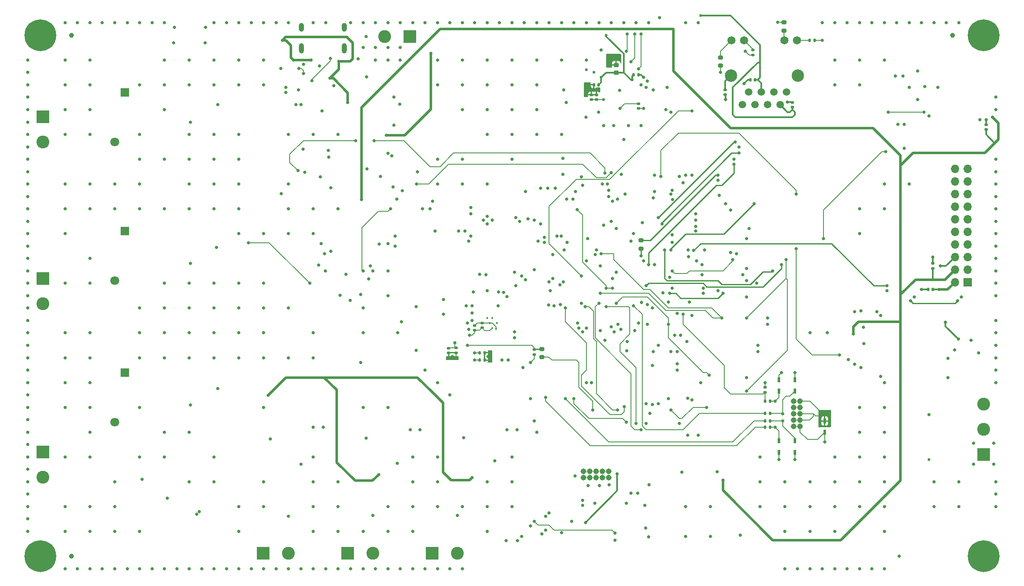
<source format=gbr>
%TF.GenerationSoftware,KiCad,Pcbnew,8.0.7*%
%TF.CreationDate,2025-11-12T22:50:05-06:00*%
%TF.ProjectId,EnergyMonitoringSystem,456e6572-6779-44d6-9f6e-69746f72696e,rev?*%
%TF.SameCoordinates,PX1c9c380PY91e9840*%
%TF.FileFunction,Copper,L8,Bot*%
%TF.FilePolarity,Positive*%
%FSLAX46Y46*%
G04 Gerber Fmt 4.6, Leading zero omitted, Abs format (unit mm)*
G04 Created by KiCad (PCBNEW 8.0.7) date 2025-11-12 22:50:05*
%MOMM*%
%LPD*%
G01*
G04 APERTURE LIST*
G04 Aperture macros list*
%AMRoundRect*
0 Rectangle with rounded corners*
0 $1 Rounding radius*
0 $2 $3 $4 $5 $6 $7 $8 $9 X,Y pos of 4 corners*
0 Add a 4 corners polygon primitive as box body*
4,1,4,$2,$3,$4,$5,$6,$7,$8,$9,$2,$3,0*
0 Add four circle primitives for the rounded corners*
1,1,$1+$1,$2,$3*
1,1,$1+$1,$4,$5*
1,1,$1+$1,$6,$7*
1,1,$1+$1,$8,$9*
0 Add four rect primitives between the rounded corners*
20,1,$1+$1,$2,$3,$4,$5,0*
20,1,$1+$1,$4,$5,$6,$7,0*
20,1,$1+$1,$6,$7,$8,$9,0*
20,1,$1+$1,$8,$9,$2,$3,0*%
G04 Aperture macros list end*
%TA.AperFunction,ComponentPad*%
%ADD10R,1.700000X1.700000*%
%TD*%
%TA.AperFunction,ComponentPad*%
%ADD11O,1.700000X1.700000*%
%TD*%
%TA.AperFunction,ComponentPad*%
%ADD12C,6.400000*%
%TD*%
%TA.AperFunction,ComponentPad*%
%ADD13C,1.500000*%
%TD*%
%TA.AperFunction,ComponentPad*%
%ADD14C,2.500000*%
%TD*%
%TA.AperFunction,ComponentPad*%
%ADD15C,1.650000*%
%TD*%
%TA.AperFunction,ComponentPad*%
%ADD16R,2.600000X2.600000*%
%TD*%
%TA.AperFunction,ComponentPad*%
%ADD17C,2.600000*%
%TD*%
%TA.AperFunction,ComponentPad*%
%ADD18C,1.143000*%
%TD*%
%TA.AperFunction,ComponentPad*%
%ADD19R,1.800000X1.800000*%
%TD*%
%TA.AperFunction,ComponentPad*%
%ADD20C,1.800000*%
%TD*%
%TA.AperFunction,ComponentPad*%
%ADD21O,1.000000X2.100000*%
%TD*%
%TA.AperFunction,ComponentPad*%
%ADD22O,1.000000X1.800000*%
%TD*%
%TA.AperFunction,SMDPad,CuDef*%
%ADD23RoundRect,0.135000X0.135000X0.185000X-0.135000X0.185000X-0.135000X-0.185000X0.135000X-0.185000X0*%
%TD*%
%TA.AperFunction,SMDPad,CuDef*%
%ADD24RoundRect,0.140000X0.170000X-0.140000X0.170000X0.140000X-0.170000X0.140000X-0.170000X-0.140000X0*%
%TD*%
%TA.AperFunction,SMDPad,CuDef*%
%ADD25RoundRect,0.140000X-0.170000X0.140000X-0.170000X-0.140000X0.170000X-0.140000X0.170000X0.140000X0*%
%TD*%
%TA.AperFunction,SMDPad,CuDef*%
%ADD26R,0.500000X1.100000*%
%TD*%
%TA.AperFunction,SMDPad,CuDef*%
%ADD27RoundRect,0.140000X0.140000X0.170000X-0.140000X0.170000X-0.140000X-0.170000X0.140000X-0.170000X0*%
%TD*%
%TA.AperFunction,SMDPad,CuDef*%
%ADD28RoundRect,0.140000X-0.140000X-0.170000X0.140000X-0.170000X0.140000X0.170000X-0.140000X0.170000X0*%
%TD*%
%TA.AperFunction,SMDPad,CuDef*%
%ADD29C,1.000000*%
%TD*%
%TA.AperFunction,SMDPad,CuDef*%
%ADD30RoundRect,0.135000X-0.185000X0.135000X-0.185000X-0.135000X0.185000X-0.135000X0.185000X0.135000X0*%
%TD*%
%TA.AperFunction,SMDPad,CuDef*%
%ADD31RoundRect,0.200000X0.275000X-0.200000X0.275000X0.200000X-0.275000X0.200000X-0.275000X-0.200000X0*%
%TD*%
%TA.AperFunction,SMDPad,CuDef*%
%ADD32RoundRect,0.135000X-0.135000X-0.185000X0.135000X-0.185000X0.135000X0.185000X-0.135000X0.185000X0*%
%TD*%
%TA.AperFunction,SMDPad,CuDef*%
%ADD33RoundRect,0.225000X0.250000X-0.225000X0.250000X0.225000X-0.250000X0.225000X-0.250000X-0.225000X0*%
%TD*%
%TA.AperFunction,SMDPad,CuDef*%
%ADD34RoundRect,0.135000X0.185000X-0.135000X0.185000X0.135000X-0.185000X0.135000X-0.185000X-0.135000X0*%
%TD*%
%TA.AperFunction,SMDPad,CuDef*%
%ADD35RoundRect,0.200000X-0.275000X0.200000X-0.275000X-0.200000X0.275000X-0.200000X0.275000X0.200000X0*%
%TD*%
%TA.AperFunction,ViaPad*%
%ADD36C,0.650000*%
%TD*%
%TA.AperFunction,ViaPad*%
%ADD37C,0.400000*%
%TD*%
%TA.AperFunction,ViaPad*%
%ADD38C,0.600000*%
%TD*%
%TA.AperFunction,Conductor*%
%ADD39C,0.500000*%
%TD*%
%TA.AperFunction,Conductor*%
%ADD40C,0.230000*%
%TD*%
%TA.AperFunction,Conductor*%
%ADD41C,0.300000*%
%TD*%
%TA.AperFunction,Conductor*%
%ADD42C,0.200000*%
%TD*%
%TA.AperFunction,Conductor*%
%ADD43C,0.210000*%
%TD*%
G04 APERTURE END LIST*
D10*
%TO.P,J503,1,Pin_1*%
%TO.N,SPI5_SCK*%
X191750000Y60210000D03*
D11*
%TO.P,J503,2,Pin_2*%
%TO.N,+DCDC_1*%
X189210000Y60210000D03*
%TO.P,J503,3,Pin_3*%
%TO.N,SPI5_MISO*%
X191750000Y62750000D03*
%TO.P,J503,4,Pin_4*%
%TO.N,+DCDC_2*%
X189210000Y62750000D03*
%TO.P,J503,5,Pin_5*%
%TO.N,SPI5_MOSI*%
X191750000Y65290000D03*
%TO.P,J503,6,Pin_6*%
%TO.N,GND*%
X189210000Y65290000D03*
%TO.P,J503,7,Pin_7*%
%TO.N,SPI5_CS*%
X191750000Y67830000D03*
%TO.P,J503,8,Pin_8*%
%TO.N,unconnected-(J503-Pin_8-Pad8)*%
X189210000Y67830000D03*
%TO.P,J503,9,Pin_9*%
%TO.N,unconnected-(J503-Pin_9-Pad9)*%
X191750000Y70370000D03*
%TO.P,J503,10,Pin_10*%
%TO.N,unconnected-(J503-Pin_10-Pad10)*%
X189210000Y70370000D03*
%TO.P,J503,11,Pin_11*%
%TO.N,unconnected-(J503-Pin_11-Pad11)*%
X191750000Y72910000D03*
%TO.P,J503,12,Pin_12*%
%TO.N,ADS_SPI_SCK*%
X189210000Y72910000D03*
%TO.P,J503,13,Pin_13*%
%TO.N,unconnected-(J503-Pin_13-Pad13)*%
X191750000Y75450000D03*
%TO.P,J503,14,Pin_14*%
%TO.N,ADS_DOUT_uC_DIN*%
X189210000Y75450000D03*
%TO.P,J503,15,Pin_15*%
%TO.N,unconnected-(J503-Pin_15-Pad15)*%
X191750000Y77990000D03*
%TO.P,J503,16,Pin_16*%
%TO.N,ADS_DIN_uC_DOUT*%
X189210000Y77990000D03*
%TO.P,J503,17,Pin_17*%
%TO.N,unconnected-(J503-Pin_17-Pad17)*%
X191750000Y80530000D03*
%TO.P,J503,18,Pin_18*%
%TO.N,ADS_CS*%
X189210000Y80530000D03*
%TO.P,J503,19,Pin_19*%
%TO.N,unconnected-(J503-Pin_19-Pad19)*%
X191750000Y83070000D03*
%TO.P,J503,20,Pin_20*%
%TO.N,ADS_DRDY*%
X189210000Y83070000D03*
%TD*%
D12*
%TO.P,H203,1,1*%
%TO.N,GND*%
X195000000Y5000000D03*
%TD*%
D13*
%TO.P,J801,1,TD+*%
%TO.N,/ETHERNET/RMII_TXP*%
X155270000Y98540000D03*
%TO.P,J801,2,TCT*%
%TO.N,/ETHERNET/ETH_DCDC2_FR*%
X154000000Y96000000D03*
%TO.P,J801,3,TD-*%
%TO.N,/ETHERNET/RMII_TXN*%
X152730000Y98540000D03*
%TO.P,J801,4,RD+*%
%TO.N,/ETHERNET/RMII_RXP*%
X151460000Y96000000D03*
%TO.P,J801,5,RCT*%
%TO.N,/ETHERNET/ETH_DCDC2_FR*%
X150190000Y98540000D03*
%TO.P,J801,6,RD-*%
%TO.N,/ETHERNET/RMII_RXN*%
X148920000Y96000000D03*
%TO.P,J801,7,7*%
%TO.N,unconnected-(J801-Pad7)*%
X147650000Y98540000D03*
%TO.P,J801,8,8*%
%TO.N,GND*%
X146380000Y96000000D03*
D14*
%TO.P,J801,9,9*%
%TO.N,Net-(C812-Pad1)*%
X157555000Y101840000D03*
%TO.P,J801,10,10*%
X144095000Y101840000D03*
D15*
%TO.P,J801,11,YEL_+*%
%TO.N,Net-(J801-YEL_+)*%
X157450000Y108950000D03*
%TO.P,J801,12,YEL_-*%
%TO.N,Net-(J801-YEL_-)*%
X154910000Y108950000D03*
%TO.P,J801,13,GRN_+*%
%TO.N,Net-(J801-GRN_+)*%
X146740000Y108950000D03*
%TO.P,J801,14,GRN_-*%
%TO.N,Net-(J801-GRN_-)*%
X144200000Y108950000D03*
%TD*%
D16*
%TO.P,J602,1,Pin_1*%
%TO.N,Net-(J602-Pin_1)*%
X5500000Y61000000D03*
D17*
%TO.P,J602,2,Pin_2*%
%TO.N,GND*%
X5500000Y55920000D03*
%TD*%
D12*
%TO.P,H201,1,1*%
%TO.N,GND*%
X5000000Y110000000D03*
%TD*%
D16*
%TO.P,J604,1,Pin_1*%
%TO.N,/ADC/CT_PhaseA_IN*%
X49920000Y5600000D03*
D17*
%TO.P,J604,2,Pin_2*%
%TO.N,GND*%
X55000000Y5600000D03*
%TD*%
D18*
%TO.P,J401,1,Pin_1*%
%TO.N,+DCDC_1*%
X158000000Y31170000D03*
%TO.P,J401,2,Pin_2*%
%TO.N,/uCMain/DEBUG_JTMS-SWDIO-H*%
X156730000Y31170000D03*
%TO.P,J401,3,Pin_3*%
%TO.N,GND*%
X158000000Y32440000D03*
%TO.P,J401,4,Pin_4*%
%TO.N,/uCMain/DEBUG_JTCK-SWCLK-H*%
X156730000Y32440000D03*
%TO.P,J401,5,Pin_5*%
%TO.N,GND*%
X158000000Y33710000D03*
%TO.P,J401,6,Pin_6*%
%TO.N,/uCMain/DEBUG_JTDO-SWO-H*%
X156730000Y33710000D03*
%TO.P,J401,7,Pin_7*%
%TO.N,unconnected-(J401-Pin_7-Pad7)*%
X158000000Y34980000D03*
%TO.P,J401,8,Pin_8*%
%TO.N,unconnected-(J401-Pin_8-Pad8)*%
X156730000Y34980000D03*
%TO.P,J401,9,Pin_9*%
%TO.N,GND*%
X158000000Y36250000D03*
%TO.P,J401,10,Pin_10*%
%TO.N,/uCMain/NRST-H*%
X156730000Y36250000D03*
%TD*%
D12*
%TO.P,H204,1,1*%
%TO.N,GND*%
X5000000Y5000000D03*
%TD*%
D19*
%TO.P,R601,1*%
%TO.N,Net-(J601-Pin_1)*%
X22000000Y98500000D03*
D20*
%TO.P,R601,2*%
%TO.N,GND*%
X20000000Y88500000D03*
%TD*%
D16*
%TO.P,J606,1,Pin_1*%
%TO.N,/ADC/CT_PhaseC_IN*%
X83920000Y5600000D03*
D17*
%TO.P,J606,2,Pin_2*%
%TO.N,GND*%
X89000000Y5600000D03*
%TD*%
D12*
%TO.P,H202,1,1*%
%TO.N,GND*%
X195000000Y110000000D03*
%TD*%
D16*
%TO.P,J701,1,Pin_1*%
%TO.N,GND2*%
X195000000Y25500000D03*
D17*
%TO.P,J701,2,Pin_2*%
%TO.N,Net-(J701-Pin_2)*%
X195000000Y30580000D03*
%TO.P,J701,3,Pin_3*%
%TO.N,Net-(J701-Pin_3)*%
X195000000Y35660000D03*
%TD*%
D19*
%TO.P,R603,1*%
%TO.N,Net-(J603-Pin_1)*%
X22000000Y42000000D03*
D20*
%TO.P,R603,2*%
%TO.N,GND*%
X20000000Y32000000D03*
%TD*%
D16*
%TO.P,J605,1,Pin_1*%
%TO.N,/ADC/CT_PhaseB_IN*%
X66920000Y5600000D03*
D17*
%TO.P,J605,2,Pin_2*%
%TO.N,GND*%
X72000000Y5600000D03*
%TD*%
D16*
%TO.P,J601,1,Pin_1*%
%TO.N,Net-(J601-Pin_1)*%
X5500000Y93580000D03*
D17*
%TO.P,J601,2,Pin_2*%
%TO.N,GND*%
X5500000Y88500000D03*
%TD*%
D16*
%TO.P,J202,1,Pin_1*%
%TO.N,+5V_EXT*%
X79412500Y109725000D03*
D17*
%TO.P,J202,2,Pin_2*%
%TO.N,GND*%
X74332500Y109725000D03*
%TD*%
D19*
%TO.P,R602,1*%
%TO.N,Net-(J602-Pin_1)*%
X22000000Y70500000D03*
D20*
%TO.P,R602,2*%
%TO.N,GND*%
X20000000Y60500000D03*
%TD*%
D18*
%TO.P,J502,1,Pin_1*%
%TO.N,+DCDC_1*%
X114430000Y20800000D03*
%TO.P,J502,2,Pin_2*%
%TO.N,/BLE/BLE_SWDIO*%
X114430000Y22070000D03*
%TO.P,J502,3,Pin_3*%
%TO.N,GND*%
X115700000Y20800000D03*
%TO.P,J502,4,Pin_4*%
%TO.N,/BLE/BLE_SWDCLK*%
X115700000Y22070000D03*
%TO.P,J502,5,Pin_5*%
%TO.N,GND*%
X116970000Y20800000D03*
%TO.P,J502,6,Pin_6*%
%TO.N,unconnected-(J502-Pin_6-Pad6)*%
X116970000Y22070000D03*
%TO.P,J502,7,Pin_7*%
%TO.N,unconnected-(J502-Pin_7-Pad7)*%
X118240000Y20800000D03*
%TO.P,J502,8,Pin_8*%
%TO.N,unconnected-(J502-Pin_8-Pad8)*%
X118240000Y22070000D03*
%TO.P,J502,9,Pin_9*%
%TO.N,GND*%
X119510000Y20800000D03*
%TO.P,J502,10,Pin_10*%
%TO.N,BLE_RST*%
X119510000Y22070000D03*
%TD*%
D21*
%TO.P,J201,S1,SHIELD*%
%TO.N,GND*%
X66232500Y107400000D03*
D22*
X66232500Y111580000D03*
D21*
X57592500Y107400000D03*
D22*
X57592500Y111580000D03*
%TD*%
D16*
%TO.P,J603,1,Pin_1*%
%TO.N,Net-(J603-Pin_1)*%
X5500000Y26000000D03*
D17*
%TO.P,J603,2,Pin_2*%
%TO.N,GND*%
X5500000Y20920000D03*
%TD*%
D23*
%TO.P,R816,1*%
%TO.N,GND*%
X161010000Y109000000D03*
%TO.P,R816,2*%
%TO.N,Net-(J801-YEL_+)*%
X159990000Y109000000D03*
%TD*%
D24*
%TO.P,C434,1*%
%TO.N,/uCMain/NRST*%
X151000000Y38040000D03*
%TO.P,C434,2*%
%TO.N,GND*%
X151000000Y39000000D03*
%TD*%
D25*
%TO.P,C906,1*%
%TO.N,+DCDC_1*%
X92500000Y51480000D03*
%TO.P,C906,2*%
%TO.N,GND*%
X92500000Y50520000D03*
%TD*%
D26*
%TO.P,D403,1,K1*%
%TO.N,GND*%
X163000000Y32250000D03*
%TO.P,D403,2,K2*%
%TO.N,+DCDC_1*%
X163000000Y29950000D03*
%TD*%
D27*
%TO.P,C804,1*%
%TO.N,/ETHERNET/ETH_DCDC2_FR*%
X117480000Y100000000D03*
%TO.P,C804,2*%
%TO.N,GND*%
X116520000Y100000000D03*
%TD*%
D28*
%TO.P,C803,1*%
%TO.N,/ETHERNET/ETH_DCDC2_FR*%
X124500000Y102000000D03*
%TO.P,C803,2*%
%TO.N,GND*%
X125460000Y102000000D03*
%TD*%
D29*
%TO.P,FM205,*%
%TO.N,*%
X188750000Y110000000D03*
%TD*%
D25*
%TO.P,C905,1*%
%TO.N,+DCDC_1*%
X94000000Y51980000D03*
%TO.P,C905,2*%
%TO.N,GND*%
X94000000Y51020000D03*
%TD*%
D30*
%TO.P,R909,1*%
%TO.N,/eMMC/SDMMC1_eMMC_RSTn_JP*%
X104500000Y46685000D03*
%TO.P,R909,2*%
%TO.N,+DCDC_1*%
X104500000Y45665000D03*
%TD*%
D25*
%TO.P,C808,1*%
%TO.N,+DCDC_1*%
X125500000Y96210000D03*
%TO.P,C808,2*%
%TO.N,GND*%
X125500000Y95250000D03*
%TD*%
D31*
%TO.P,R818,1*%
%TO.N,GND*%
X142000000Y103850000D03*
%TO.P,R818,2*%
%TO.N,Net-(J801-GRN_-)*%
X142000000Y105500000D03*
%TD*%
D27*
%TO.P,C810,1*%
%TO.N,/ETHERNET/ETH_DCDC2_FR*%
X148980000Y101000000D03*
%TO.P,C810,2*%
%TO.N,GND*%
X148020000Y101000000D03*
%TD*%
D25*
%TO.P,C902,1*%
%TO.N,/eMMC/VDDI*%
X88750000Y46960000D03*
%TO.P,C902,2*%
%TO.N,GND*%
X88750000Y46000000D03*
%TD*%
D31*
%TO.P,R922,1*%
%TO.N,eMMC_RSTn*%
X106000000Y45100000D03*
%TO.P,R922,2*%
%TO.N,/eMMC/SDMMC1_eMMC_RSTn_JP*%
X106000000Y46750000D03*
%TD*%
D32*
%TO.P,R409,1*%
%TO.N,/uCMain/DEBUG_JTCK-SWCLK*%
X150990000Y32250000D03*
%TO.P,R409,2*%
%TO.N,/uCMain/DEBUG_JTCK-SWCLK-H*%
X152010000Y32250000D03*
%TD*%
D33*
%TO.P,C805,1*%
%TO.N,/ETHERNET/ETH_DCDC2_FR*%
X121000000Y102450000D03*
%TO.P,C805,2*%
%TO.N,GND*%
X121000000Y104000000D03*
%TD*%
D29*
%TO.P,FM206,*%
%TO.N,*%
X11250000Y5000000D03*
%TD*%
D27*
%TO.P,C903,1*%
%TO.N,+DCDC_1*%
X94480000Y46000000D03*
%TO.P,C903,2*%
%TO.N,GND*%
X93520000Y46000000D03*
%TD*%
D26*
%TO.P,D404,1,K1*%
%TO.N,GND*%
X153750000Y25950000D03*
%TO.P,D404,2,K2*%
%TO.N,/uCMain/DEBUG_JTMS-SWDIO-H*%
X153750000Y28250000D03*
%TD*%
D34*
%TO.P,R817,1*%
%TO.N,GND*%
X148500000Y105990000D03*
%TO.P,R817,2*%
%TO.N,Net-(J801-GRN_+)*%
X148500000Y107010000D03*
%TD*%
D24*
%TO.P,C807,1*%
%TO.N,Net-(U801-VDDCR)*%
X117000000Y97020000D03*
%TO.P,C807,2*%
%TO.N,GND*%
X117000000Y97980000D03*
%TD*%
D25*
%TO.P,C812,1*%
%TO.N,Net-(C812-Pad1)*%
X142980000Y98980000D03*
%TO.P,C812,2*%
%TO.N,GND*%
X142980000Y98020000D03*
%TD*%
D24*
%TO.P,C505,1*%
%TO.N,+DCDC_2*%
X195500000Y91000000D03*
%TO.P,C505,2*%
%TO.N,GND*%
X195500000Y91960000D03*
%TD*%
D26*
%TO.P,D408,1,K1*%
%TO.N,GND*%
X153750000Y40550000D03*
%TO.P,D408,2,K2*%
%TO.N,/uCMain/NRST-H*%
X153750000Y38250000D03*
%TD*%
D25*
%TO.P,C901,1*%
%TO.N,/eMMC/VDDI*%
X87250000Y46940000D03*
%TO.P,C901,2*%
%TO.N,GND*%
X87250000Y45980000D03*
%TD*%
D32*
%TO.P,R411,1*%
%TO.N,/uCMain/NRST*%
X150990000Y36250000D03*
%TO.P,R411,2*%
%TO.N,/uCMain/NRST-H*%
X152010000Y36250000D03*
%TD*%
D26*
%TO.P,D406,1,K1*%
%TO.N,GND*%
X157000000Y40550000D03*
%TO.P,D406,2,K2*%
%TO.N,/uCMain/DEBUG_JTDO-SWO-H*%
X157000000Y38250000D03*
%TD*%
D27*
%TO.P,C904,1*%
%TO.N,+DCDC_1*%
X94480000Y44500000D03*
%TO.P,C904,2*%
%TO.N,GND*%
X93520000Y44500000D03*
%TD*%
D26*
%TO.P,D405,1,K1*%
%TO.N,GND*%
X157000000Y25950000D03*
%TO.P,D405,2,K2*%
%TO.N,/uCMain/DEBUG_JTCK-SWCLK-H*%
X157000000Y28250000D03*
%TD*%
D32*
%TO.P,R408,1*%
%TO.N,/uCMain/DEBUG_JTMS-SWDIO*%
X150990000Y31000000D03*
%TO.P,R408,2*%
%TO.N,/uCMain/DEBUG_JTMS-SWDIO-H*%
X152010000Y31000000D03*
%TD*%
D35*
%TO.P,R819,1*%
%TO.N,GND*%
X154750000Y112575000D03*
%TO.P,R819,2*%
%TO.N,Net-(J801-YEL_-)*%
X154750000Y110925000D03*
%TD*%
D24*
%TO.P,C506,1*%
%TO.N,+DCDC_2*%
X184750000Y63020000D03*
%TO.P,C506,2*%
%TO.N,GND*%
X184750000Y63980000D03*
%TD*%
%TO.P,C809,1*%
%TO.N,/ETHERNET/ETH_DCDC2_FR*%
X156500000Y95500000D03*
%TO.P,C809,2*%
%TO.N,GND*%
X156500000Y96460000D03*
%TD*%
D32*
%TO.P,R410,1*%
%TO.N,/uCMain/DEBUG_JTDO-SWO*%
X150990000Y33750000D03*
%TO.P,R410,2*%
%TO.N,/uCMain/DEBUG_JTDO-SWO-H*%
X152010000Y33750000D03*
%TD*%
D24*
%TO.P,C806,1*%
%TO.N,Net-(U801-VDDCR)*%
X116000000Y97020000D03*
%TO.P,C806,2*%
%TO.N,GND*%
X116000000Y97980000D03*
%TD*%
D35*
%TO.P,R403,1*%
%TO.N,SPI1_MISO*%
X126000000Y68650000D03*
%TO.P,R403,2*%
%TO.N,Net-(U401A-PG9)*%
X126000000Y67000000D03*
%TD*%
D27*
%TO.P,C504,1*%
%TO.N,+DCDC_1*%
X184750000Y58750000D03*
%TO.P,C504,2*%
%TO.N,GND*%
X183790000Y58750000D03*
%TD*%
D29*
%TO.P,FM204,*%
%TO.N,*%
X11250000Y110000000D03*
%TD*%
D36*
%TO.N,GND*%
X173500000Y54250000D03*
%TO.N,SPI5_MOSI*%
X110000000Y9705000D03*
X174250000Y53500000D03*
%TO.N,SPI5_SCK*%
X112000000Y12000000D03*
%TO.N,GND*%
X169000000Y54250000D03*
%TO.N,SPI5_SCK*%
X170270980Y54479020D03*
%TO.N,+5V_EXT*%
X74712500Y89825000D03*
X83712500Y106325000D03*
%TO.N,GND*%
X50000000Y60000000D03*
X127000000Y31750000D03*
X12500000Y2500000D03*
X132750000Y49500000D03*
X15000000Y40000000D03*
X30000000Y85000000D03*
X2500000Y85000000D03*
X35250000Y92500000D03*
X85000000Y40000000D03*
X2500000Y80000000D03*
X95000000Y10000000D03*
X100000000Y15000000D03*
X10000000Y100000000D03*
X65000000Y75000000D03*
X40000000Y112500000D03*
X195500000Y93000000D03*
X71149999Y60900000D03*
X60000000Y25000000D03*
X82500000Y42500000D03*
X142000000Y102500000D03*
X25500000Y20500000D03*
X100000000Y90000000D03*
X197500000Y97500000D03*
X100000000Y95000000D03*
X197500000Y80000000D03*
X70000000Y35000000D03*
X45000000Y85000000D03*
X30000000Y112500000D03*
X92500000Y112500000D03*
X35250000Y64000000D03*
X115000000Y105000000D03*
X45000000Y90000000D03*
X119250000Y80000000D03*
X2500000Y102500000D03*
X98800000Y8100000D03*
X90000000Y100000000D03*
X91000000Y52000000D03*
X100000000Y100000000D03*
X52500000Y2500000D03*
X160000000Y2500000D03*
X95000000Y100000000D03*
X10000000Y75000000D03*
X25000000Y75000000D03*
X61712500Y94725000D03*
X112500000Y112500000D03*
X20000000Y10000000D03*
X90750000Y55500000D03*
X30000000Y55000000D03*
X157000000Y42000000D03*
X194250000Y93000000D03*
X122500000Y112500000D03*
D37*
X96000000Y51000000D03*
D36*
X107750000Y58500000D03*
X147750000Y71000000D03*
X175000000Y30000000D03*
X126500000Y64500000D03*
X99000000Y30500000D03*
X2500000Y45000000D03*
X65000000Y15000000D03*
X197500000Y77500000D03*
X187500000Y112500000D03*
X146000000Y9250000D03*
X62000000Y31000000D03*
X55000000Y75000000D03*
X45000000Y60000000D03*
D37*
X97000000Y52000000D03*
D36*
X126900000Y10700000D03*
X57500000Y23500000D03*
X55000000Y45000000D03*
X35000000Y75000000D03*
X165000000Y10000000D03*
X25000000Y85000000D03*
X182500000Y112500000D03*
X197500000Y85000000D03*
X25000000Y50000000D03*
X77750000Y52250000D03*
X117250000Y99000000D03*
X185000000Y112500000D03*
X35000000Y30000000D03*
X85000000Y85000000D03*
X160000000Y50000000D03*
X30000000Y100000000D03*
X145750000Y87500000D03*
X40000000Y80000000D03*
X70612500Y109725000D03*
X131000000Y95000000D03*
X82500000Y2500000D03*
X119600000Y19400000D03*
X170900000Y47849999D03*
X170000000Y35000000D03*
X80000000Y20000000D03*
X61212500Y103825000D03*
X180000000Y112500000D03*
X141500000Y80750000D03*
X2500000Y57500000D03*
X2500000Y52500000D03*
X197500000Y75000000D03*
X96500000Y24200000D03*
X100000000Y25000000D03*
X175000000Y40000000D03*
X175000000Y105000000D03*
X132250000Y59000000D03*
X2500000Y65000000D03*
X197500000Y70000000D03*
X2500000Y17500000D03*
X157500000Y2500000D03*
X57500000Y2500000D03*
X73475000Y81562500D03*
X10000000Y25000000D03*
X35000000Y60000000D03*
X75000000Y86225000D03*
X184750000Y65250000D03*
X45000000Y10000000D03*
X2500000Y67500000D03*
X2500000Y47500000D03*
X17500000Y112500000D03*
X2500000Y87500000D03*
X67500000Y2500000D03*
X140000000Y15000000D03*
X40000000Y75000000D03*
X105000000Y95000000D03*
X175000000Y2500000D03*
X57500000Y96000000D03*
X77900000Y78700000D03*
X40000000Y25000000D03*
X170000000Y75000000D03*
X102500000Y112500000D03*
X137200420Y64549580D03*
X93520980Y61770980D03*
X45000000Y70000000D03*
X69000000Y105225000D03*
X110450000Y98950000D03*
X104500000Y32250000D03*
X162500000Y109000000D03*
X95000000Y73500000D03*
X45000000Y112500000D03*
X10000000Y50000000D03*
X2500000Y32500000D03*
X121700000Y98900000D03*
X60000000Y50000000D03*
X35000000Y20000000D03*
X90000000Y105000000D03*
X117600000Y19200000D03*
X76800000Y77000000D03*
X147250000Y69000000D03*
X40000000Y100000000D03*
X25000000Y10000000D03*
X165000000Y25000000D03*
X22500000Y2500000D03*
X63512500Y79225000D03*
D37*
X95000000Y53000000D03*
D36*
X47500000Y112500000D03*
X2500000Y50000000D03*
X40000000Y2500000D03*
X190500000Y57250000D03*
X38185000Y108500000D03*
X80000000Y10000000D03*
X75000000Y57500000D03*
X95000000Y15000000D03*
X77500000Y107500000D03*
X63000000Y86750000D03*
X91500000Y49500000D03*
X151500000Y51750000D03*
X151500000Y53000000D03*
X45000000Y15000000D03*
X162500000Y2500000D03*
X160000000Y20000000D03*
X175000000Y10000000D03*
X190000000Y112500000D03*
X67500000Y112500000D03*
X60000000Y15000000D03*
X146500000Y61750000D03*
X50000000Y2500000D03*
X85000000Y25000000D03*
X135000000Y81750000D03*
X10000000Y10000000D03*
X90000000Y80000000D03*
X45000000Y50000000D03*
X2500000Y40000000D03*
X170000000Y25000000D03*
X87500000Y112500000D03*
X95000000Y95000000D03*
X2500000Y92500000D03*
X174300000Y41249999D03*
X10000000Y60000000D03*
X113250000Y52000000D03*
X60000000Y2500000D03*
X101500000Y72500000D03*
X175000000Y25000000D03*
X40500000Y67250000D03*
X149500000Y47500000D03*
X175000000Y80000000D03*
X30000000Y45000000D03*
X170000000Y105000000D03*
X40000000Y50000000D03*
X35000000Y2500000D03*
X50000000Y35000000D03*
X62400000Y62500000D03*
X40000000Y105000000D03*
X153500000Y112575000D03*
X45000000Y100000000D03*
X197500000Y72500000D03*
X178000000Y5000000D03*
X50000000Y70000000D03*
X89250000Y70500000D03*
X105000000Y30000000D03*
X62500000Y112500000D03*
X105000000Y90000000D03*
X87500000Y37500000D03*
X2500000Y70000000D03*
X25000000Y90000000D03*
X2500000Y82500000D03*
X100000000Y105000000D03*
X10000000Y2500000D03*
X170800000Y51149999D03*
X99250000Y44500000D03*
X163500000Y50000000D03*
X117500000Y112500000D03*
X167500000Y112500000D03*
X90000000Y85000000D03*
X100000000Y85000000D03*
X70000000Y107500000D03*
X197500000Y60000000D03*
X2500000Y35000000D03*
X45000000Y105000000D03*
X87250000Y44960000D03*
X10000000Y40000000D03*
X72000000Y13200000D03*
X2500000Y25000000D03*
X15000000Y30000000D03*
X95000000Y90000000D03*
X126500000Y101500000D03*
X85000000Y112500000D03*
X55000000Y112500000D03*
X62257776Y65984449D03*
X75000000Y105000000D03*
X137000000Y71500000D03*
X40000000Y45000000D03*
X175000000Y112500000D03*
X85000000Y2500000D03*
X30000000Y95000000D03*
X170000000Y30000000D03*
X124750000Y50500000D03*
X165000000Y105000000D03*
X119500000Y105750000D03*
X2500000Y20000000D03*
X35000000Y50000000D03*
X40000000Y20000000D03*
X75000000Y2500000D03*
X2500000Y60000000D03*
X2500000Y75000000D03*
X150000000Y20000000D03*
X87500000Y2500000D03*
X30000000Y60000000D03*
X163500000Y34000000D03*
X15000000Y25000000D03*
X70000000Y112500000D03*
X175000000Y75000000D03*
X15000000Y2500000D03*
X40750000Y96000000D03*
X75000000Y15000000D03*
X60000000Y90000000D03*
X110250000Y82000000D03*
X25000000Y55000000D03*
X144000000Y66250000D03*
X143000000Y97000000D03*
X15000000Y60000000D03*
X172500000Y112500000D03*
X56500000Y96000000D03*
X115000000Y112500000D03*
X143000000Y76000000D03*
X60000000Y45000000D03*
X125300000Y17700000D03*
X25000000Y112500000D03*
X15000000Y80000000D03*
X10000000Y80000000D03*
X114250000Y16250000D03*
X15000000Y50000000D03*
X114270000Y79750000D03*
X95000000Y80000000D03*
X110000000Y105000000D03*
X50000000Y105000000D03*
X72500000Y107500000D03*
X2500000Y12500000D03*
X75000000Y112500000D03*
X30000000Y30000000D03*
X35000000Y55000000D03*
X134000000Y49500000D03*
X92500000Y44500000D03*
X153750000Y24500000D03*
X97250000Y55500000D03*
X2500000Y37500000D03*
X102750000Y60750000D03*
X90000000Y95000000D03*
X157000000Y24500000D03*
X95000000Y105000000D03*
X35000000Y90000000D03*
X80000000Y15000000D03*
X70812500Y83025000D03*
X50000000Y50000000D03*
X117450000Y94450000D03*
X106500000Y69250000D03*
X2500000Y55000000D03*
X186250000Y63500000D03*
X105000000Y112500000D03*
X135000000Y9000000D03*
X128750000Y63750000D03*
X10000000Y105000000D03*
X2500000Y10000000D03*
X197500000Y57500000D03*
X114950000Y93450000D03*
X127500000Y8900000D03*
X95000000Y112500000D03*
X70725000Y101625000D03*
X2500000Y30000000D03*
X15000000Y75000000D03*
X57012500Y98975000D03*
X15000000Y45000000D03*
X38285000Y111600000D03*
X128750000Y81750000D03*
X80000000Y112500000D03*
X69500000Y57750000D03*
X146750000Y100250000D03*
X106000000Y9500000D03*
X138000000Y40000000D03*
X55000000Y80000000D03*
X76900000Y23700000D03*
X53412500Y103325000D03*
X40000000Y85000000D03*
X175000000Y20000000D03*
X106500000Y68250000D03*
X60000000Y112500000D03*
X165000000Y100000000D03*
X175000000Y35000000D03*
X79500000Y30500000D03*
X25000000Y2500000D03*
X50000000Y20000000D03*
X105000000Y105000000D03*
X110000000Y112500000D03*
X124000000Y17700000D03*
X30000000Y50000000D03*
X85000000Y105000000D03*
X149500000Y46250000D03*
X20000000Y75000000D03*
X20000000Y15000000D03*
X2500000Y97500000D03*
X141500000Y58500000D03*
X47500000Y2500000D03*
X114000000Y81475000D03*
X84000000Y76500000D03*
X10000000Y95000000D03*
X138500000Y58000000D03*
X197500000Y67500000D03*
X63500001Y66500000D03*
X77400000Y96100000D03*
X75000000Y10000000D03*
X66599999Y61775551D03*
X15000000Y105000000D03*
X141300000Y22000000D03*
X20000000Y2500000D03*
X145250000Y66000000D03*
X144000000Y74750000D03*
X20000000Y80000000D03*
X10000000Y112500000D03*
X175500000Y58500000D03*
X127600000Y19400000D03*
X160000000Y15000000D03*
X60000000Y75000000D03*
X72500000Y2500000D03*
X170000000Y70000000D03*
X85000000Y100000000D03*
X61362500Y81475000D03*
X107500000Y13750000D03*
X40000000Y60000000D03*
X170000000Y112500000D03*
X65000000Y10000000D03*
X150000000Y25000000D03*
X89000000Y13200000D03*
X122500000Y89000000D03*
X107500000Y60250000D03*
X115750000Y99000000D03*
X25000000Y80000000D03*
X101100000Y8100000D03*
X15000000Y100000000D03*
X80000000Y2500000D03*
X15000000Y95000000D03*
X35000000Y100000000D03*
X25000000Y25000000D03*
X60000000Y70000000D03*
X76212500Y97525000D03*
X172500000Y2500000D03*
X136250000Y81750000D03*
X170000000Y100000000D03*
X75000000Y35000000D03*
X155000000Y15000000D03*
X2500000Y42500000D03*
X149250000Y60000000D03*
X165000000Y2500000D03*
X126500000Y95250000D03*
X137000000Y72750000D03*
X147250000Y60500000D03*
X137500000Y112500000D03*
X45000000Y80000000D03*
X155000000Y10000000D03*
X162500000Y112500000D03*
X77500000Y112500000D03*
X20000000Y112500000D03*
X135000000Y112500000D03*
X10000000Y15000000D03*
X75000000Y62500000D03*
X155500000Y96500000D03*
X58012500Y104125000D03*
X135400000Y29400000D03*
X115000000Y98750000D03*
X2500000Y27500000D03*
X67400000Y56600000D03*
X15000000Y15000000D03*
X60000000Y31000000D03*
X165000000Y20000000D03*
X35000000Y85000000D03*
X165000000Y15000000D03*
X134500000Y80250000D03*
X2500000Y90000000D03*
X50000000Y55000000D03*
X45000000Y45000000D03*
X12500000Y112500000D03*
X133700000Y31750000D03*
X63112500Y85425000D03*
X35000000Y80000000D03*
X2500000Y22500000D03*
X180000000Y80000000D03*
X137520000Y29400000D03*
X101000000Y30500000D03*
X154250000Y42000000D03*
X70000000Y10000000D03*
D37*
X96000000Y53000000D03*
D36*
X133250000Y42500000D03*
X147250000Y63000000D03*
X40750000Y38750000D03*
X100000000Y112500000D03*
X165000000Y112500000D03*
X55000000Y70000000D03*
X108250000Y65760374D03*
X30000000Y75000000D03*
X119500000Y104000000D03*
X147000000Y106750000D03*
X127500000Y112500000D03*
X30600000Y16700000D03*
X177500000Y112500000D03*
X61600000Y68000000D03*
X167500000Y2500000D03*
X2500000Y15000000D03*
X50000000Y15000000D03*
X140000000Y9000000D03*
X17500000Y2500000D03*
X155000000Y2500000D03*
X160000000Y10000000D03*
X138250000Y61750000D03*
X60000000Y10000000D03*
X42500000Y112500000D03*
X162250000Y34000000D03*
X76012500Y79425000D03*
X104500000Y72750000D03*
X197500000Y82500000D03*
X55000000Y2500000D03*
X10000000Y90000000D03*
X45000000Y2500000D03*
X114250000Y50250000D03*
X115350000Y19250000D03*
X175000000Y15000000D03*
X118000000Y107000000D03*
X75000000Y107500000D03*
X15000000Y10000000D03*
X105000000Y100000000D03*
X64112500Y99825000D03*
X70000000Y50000000D03*
X81500000Y30500000D03*
X25000000Y35000000D03*
X120000000Y112500000D03*
X35250000Y35500000D03*
X25000000Y100000000D03*
X60000000Y20000000D03*
X15000000Y90000000D03*
X117000000Y66750000D03*
X42500000Y2500000D03*
X91750000Y69500000D03*
X58312500Y82425000D03*
X100500000Y50250000D03*
X15000000Y65000000D03*
X116000000Y40000000D03*
X52500000Y112500000D03*
X181000000Y57250000D03*
X125000000Y112500000D03*
X37500000Y2500000D03*
X182500000Y58750000D03*
X90000000Y2500000D03*
X10000000Y35000000D03*
X151000000Y40000000D03*
X88750000Y44960000D03*
X50000000Y112500000D03*
X117750000Y50500000D03*
X2500000Y62500000D03*
X95000000Y20000000D03*
X27500000Y2500000D03*
X62500000Y2500000D03*
X2500000Y72500000D03*
X35000000Y45000000D03*
X22500000Y112500000D03*
X80000000Y25000000D03*
X85000000Y80000000D03*
X132000000Y46250000D03*
X99000000Y57295000D03*
X27500000Y112500000D03*
X132250000Y78770003D03*
X92500000Y46000000D03*
X134200000Y21900000D03*
X116700000Y15700000D03*
X155000000Y20000000D03*
X50000000Y100000000D03*
X10000000Y45000000D03*
X50000000Y45000000D03*
X90000000Y15000000D03*
X65000000Y20000000D03*
X30000000Y25000000D03*
X77000000Y50000000D03*
X91750000Y75250000D03*
X77500000Y105000000D03*
X72500000Y105000000D03*
X25000000Y45000000D03*
X40000000Y55000000D03*
X97500000Y112500000D03*
X197500000Y62500000D03*
X10000000Y70000000D03*
X170000000Y2500000D03*
X2500000Y105000000D03*
X144750000Y85000000D03*
X110000000Y90000000D03*
X20000000Y20000000D03*
X85000000Y15000000D03*
X15000000Y35000000D03*
X45000000Y55000000D03*
X70000000Y2500000D03*
X90000000Y112500000D03*
X30000000Y105000000D03*
X30000000Y2500000D03*
X45000000Y75000000D03*
X122750000Y78000000D03*
X15000000Y112500000D03*
X65400000Y57600000D03*
X55000000Y55000000D03*
X75812500Y85725000D03*
X82500000Y112500000D03*
X135000000Y15000000D03*
X96000000Y72750000D03*
X54500000Y98500000D03*
X100000000Y20000000D03*
X40000000Y90000000D03*
X150000000Y15000000D03*
X107500000Y112500000D03*
X65000000Y90000000D03*
X110950000Y96450000D03*
X170000000Y20000000D03*
X55000000Y90000000D03*
X2500000Y100000000D03*
X77500000Y2500000D03*
X32500000Y2500000D03*
X170000000Y15000000D03*
X55000000Y13000000D03*
X65000000Y2500000D03*
X85000000Y20000000D03*
X2500000Y77500000D03*
X72500000Y112500000D03*
X54500000Y99500000D03*
X2500000Y95000000D03*
X197500000Y95000000D03*
X57912500Y87000000D03*
X197500000Y65000000D03*
X70000000Y55000000D03*
X35000000Y105000000D03*
X76212500Y91825000D03*
%TO.N,/USB/PD_IN_GD*%
X58022549Y102300735D03*
X57100000Y103300000D03*
D37*
%TO.N,+DCDC_1*%
X96796985Y50796985D03*
D36*
X32000000Y111600000D03*
X131750000Y61250000D03*
X123500000Y91750000D03*
X81000000Y82500000D03*
X104500000Y62750000D03*
X138500000Y59000000D03*
X118500000Y91750000D03*
X138750000Y66750000D03*
X121250000Y77000000D03*
X108500000Y55500000D03*
X110250000Y85175000D03*
X75000000Y68000000D03*
X95500000Y46000000D03*
X51300000Y28600000D03*
X112700000Y21200000D03*
D37*
X95500000Y52000000D03*
D36*
X95500000Y44500000D03*
X128750000Y78500000D03*
X186000000Y58750000D03*
X123000000Y15700000D03*
X110500000Y66750000D03*
X103700000Y11100000D03*
X70600000Y28800000D03*
X105250000Y68500000D03*
X76500000Y67500000D03*
X86250000Y53750000D03*
X86250000Y56750000D03*
X137000000Y70500000D03*
X72000000Y62500000D03*
X131250000Y99500000D03*
X90300000Y28900000D03*
X102250000Y43000000D03*
X37000000Y14000000D03*
X126000000Y91750000D03*
X127250000Y51750000D03*
X92250000Y58250000D03*
X83500000Y75000000D03*
X147250000Y57250000D03*
X112770000Y78500000D03*
X133250000Y53955000D03*
X118750000Y48500000D03*
X82000000Y75000000D03*
X95000000Y58500000D03*
X129750000Y113500000D03*
X100750000Y59500000D03*
X133750000Y81500000D03*
X71500000Y63500000D03*
X76500000Y69500000D03*
X121750000Y95250000D03*
X103750000Y44000000D03*
X69500000Y44000000D03*
X163000000Y28000000D03*
X53500000Y78100000D03*
X120500000Y91750000D03*
X147250000Y41000000D03*
X61100000Y63700000D03*
X138250000Y63750000D03*
X105750000Y72000000D03*
X36500000Y13500000D03*
%TO.N,+1V2*%
X75550000Y75050000D03*
X70000000Y62500000D03*
%TO.N,+DCDC_2*%
X31885000Y108500000D03*
X196750000Y93500000D03*
X142500000Y20300000D03*
X69700000Y76900000D03*
X168750000Y49750000D03*
%TO.N,-DCDC_1*%
X73150000Y21450000D03*
X92000000Y20800000D03*
X50900000Y37400000D03*
%TO.N,/uCMain/NRST*%
X132250000Y68250000D03*
X80750000Y55250000D03*
X134500000Y53750000D03*
%TO.N,+VDD_SDC*%
X155250000Y64750000D03*
X147250000Y53000000D03*
X147250000Y38250000D03*
%TO.N,/ADC/V_Phase_B_P*%
X46900000Y68200000D03*
X59250000Y60000000D03*
%TO.N,Net-(U401B-VLXSMPS)*%
X144500000Y64750000D03*
X132250000Y62500000D03*
%TO.N,+V_ISO*%
X189200000Y46549999D03*
X194000000Y46000000D03*
D38*
X184000000Y24500000D03*
D36*
%TO.N,GND2*%
X197500000Y40000000D03*
X197500000Y42500000D03*
X197000000Y27750000D03*
X197500000Y52500000D03*
X197500000Y20000000D03*
X197500000Y15000000D03*
X192500000Y48500000D03*
X193000000Y23500000D03*
X187800000Y41000000D03*
X190000000Y20000000D03*
X197500000Y17500000D03*
X185000000Y15000000D03*
X197500000Y47500000D03*
X185000000Y20000000D03*
X197500000Y45000000D03*
X197000000Y23500000D03*
X187800000Y44849999D03*
X193000000Y27750000D03*
X197500000Y50000000D03*
X184000000Y33500000D03*
X190000000Y15000000D03*
%TO.N,+VBUSc*%
X65112500Y104725000D03*
X56012500Y105025000D03*
X59512500Y105025000D03*
X53743750Y108956250D03*
X66918750Y96418750D03*
X63312500Y101325000D03*
%TO.N,/uCMain/DEBUG_JTMS-SWDIO-H*%
X153000000Y31000000D03*
%TO.N,/uCMain/DEBUG_JTCK-SWCLK-H*%
X154500000Y32250000D03*
%TO.N,/uCMain/DEBUG_JTDO-SWO-H*%
X154500000Y33710000D03*
%TO.N,BLE_RST*%
X114800000Y11800000D03*
X102000000Y9000000D03*
X121200000Y21600000D03*
X102750000Y78500000D03*
%TO.N,Net-(U701-VSEL)*%
X187300000Y52149999D03*
X189900000Y48749999D03*
%TO.N,/USB/USB_CC1c*%
X63412500Y105325000D03*
X59712500Y100825000D03*
%TO.N,/ETHERNET/ETH_DCDC2_FR*%
X124010374Y104690000D03*
X125500000Y103250000D03*
X124750000Y110250000D03*
X123000000Y106750000D03*
D38*
X118000000Y101500000D03*
X138000000Y114000000D03*
X124250000Y101000000D03*
D36*
X123250000Y110250000D03*
D38*
X119000000Y110000000D03*
D36*
X126000000Y110250000D03*
D38*
%TO.N,Net-(U801-VDDCR)*%
X118500000Y97000000D03*
D36*
%TO.N,ADS_CS*%
X73275000Y67900000D03*
X130750000Y66750000D03*
X152500000Y62500000D03*
%TO.N,/eMMC/VDDI*%
X88500000Y48000000D03*
%TO.N,/uCMain/BOOT0*%
X128250000Y55000000D03*
X80750000Y46500000D03*
%TO.N,ADS_DIN_uC_DOUT*%
X142500000Y58000000D03*
X103250000Y73000000D03*
X131750000Y58000000D03*
%TO.N,ADS_DOUT_uC_DIN*%
X130375000Y58125000D03*
X100750000Y73250000D03*
%TO.N,I2C1_SDA*%
X124000000Y68500000D03*
X179000000Y92000000D03*
X127250000Y55750000D03*
X121000000Y62250000D03*
%TO.N,/uCMain/NRST-H*%
X153000000Y36250000D03*
%TO.N,SPI1_SCK*%
X145750000Y86250000D03*
X130250000Y72000000D03*
%TO.N,UART4_TX*%
X137000000Y74000000D03*
X141750000Y77750000D03*
X132354020Y76895980D03*
%TO.N,UART4_RX*%
X121250000Y34500000D03*
X114750000Y55250000D03*
X179000000Y87250000D03*
%TO.N,GPIO_OUT_1*%
X120250000Y76500000D03*
X181750000Y97000000D03*
%TO.N,I2C1_SCL*%
X124500000Y70000000D03*
X126125000Y56125000D03*
X177750000Y92000000D03*
X120250000Y61000000D03*
%TO.N,GPIO_IN_1*%
X183125000Y99625000D03*
X119500000Y77500000D03*
%TO.N,GPIO_IN_2*%
X119500000Y78750000D03*
X185750000Y99500000D03*
%TO.N,ADC1_INP9*%
X175750000Y94500000D03*
X183000000Y94500000D03*
X122000000Y82000000D03*
%TO.N,SD_DETECT*%
X139250000Y35000000D03*
X121310000Y51750000D03*
X132000000Y34500000D03*
%TO.N,TIM4_CH1*%
X178750000Y101750000D03*
X111065745Y68250000D03*
%TO.N,SPI1_NSS*%
X129500000Y73250000D03*
X145000000Y88500000D03*
%TO.N,LDO_EN*%
X80800000Y80000000D03*
X120000000Y82260374D03*
%TO.N,DCDC_2_EN*%
X56900000Y82700000D03*
X118750000Y82250000D03*
X72250000Y88750000D03*
X68500000Y88750000D03*
%TO.N,ADC3_INP1*%
X132250000Y69750000D03*
X184000000Y93750000D03*
%TO.N,SPI1_MISO*%
X141500000Y81750000D03*
%TO.N,SPI1_MOSI*%
X127500000Y63750000D03*
X144750000Y84000000D03*
%TO.N,FDCAN2_TX*%
X181750000Y102750000D03*
X111000000Y77000000D03*
%TO.N,TIM4_CH2*%
X136250000Y94750000D03*
X114000000Y61500000D03*
X177250000Y101750000D03*
%TO.N,UART4_DE*%
X110750000Y55000000D03*
X162750000Y69000000D03*
X175250000Y86500000D03*
X122625000Y35125000D03*
%TO.N,FDCAN2_RX*%
X112250000Y77000000D03*
X180000000Y99500000D03*
%TO.N,SPI5_MISO*%
X189750000Y56500000D03*
X133250000Y46250000D03*
X133250000Y43750000D03*
X128270980Y43479020D03*
%TO.N,SPI5_CS*%
X114250000Y15250000D03*
X148750000Y76000000D03*
X132000000Y66750000D03*
%TO.N,ADS_STM32_CLKOUT*%
X108250000Y61000000D03*
X91750000Y74000000D03*
%TO.N,ADS_DRDY*%
X154250000Y63750000D03*
X127000000Y59500000D03*
X95000000Y72000000D03*
%TO.N,ADS_SYNC_RESET*%
X84500000Y70500000D03*
X126250000Y72250000D03*
%TO.N,ADS_SPI_SCK*%
X94250000Y72750000D03*
X131500000Y56250000D03*
%TO.N,uC_OTG_D+*%
X109678266Y59675266D03*
X109045000Y69515000D03*
%TO.N,uC_OTG_D-*%
X109955000Y69515000D03*
X110321734Y60318734D03*
%TO.N,SPI5_MOSI*%
X135375000Y36875000D03*
X106750000Y10250000D03*
%TO.N,SPI5_SCK*%
X136250000Y36500000D03*
X106750000Y13000000D03*
D38*
%TO.N,Net-(J801-YEL_+)*%
X115000000Y103000000D03*
%TO.N,Net-(J801-GRN_+)*%
X116500000Y102500000D03*
D36*
%TO.N,Net-(JP402-B)*%
X118000000Y66000000D03*
X142250000Y53000000D03*
X117750000Y58000000D03*
%TO.N,Net-(JP406-B)*%
X139750000Y41500000D03*
X113125000Y74875000D03*
X119000000Y59000000D03*
X120250000Y59000000D03*
X131500000Y51750000D03*
X121000000Y56000000D03*
%TO.N,eMMC_RSTn*%
X129500000Y47500000D03*
X116250000Y34500000D03*
%TO.N,/eMMC/SDMMC1_eMMC_RSTn_JP*%
X91000000Y47500000D03*
%TO.N,Net-(U401A-PG9)*%
X126000000Y65500000D03*
%TO.N,/uCMain/TIM1_CH1*%
X105750000Y79175000D03*
X121000000Y71000000D03*
%TO.N,/uCMain/TIM1_CH2*%
X108750000Y79175000D03*
X120000000Y72455000D03*
%TO.N,/uCMain/TIM1_CH3*%
X118500000Y71750000D03*
X107250000Y79175000D03*
%TO.N,/uCMain/DEBUG_JTMS-SWDIO*%
X106750000Y37000000D03*
X107375000Y55625000D03*
%TO.N,/uCMain/DEBUG_JTCK-SWCLK*%
X109750000Y55750000D03*
X110750000Y36750000D03*
%TO.N,/uCMain/DEBUG_JTDO-SWO*%
X124500000Y55500000D03*
%TO.N,BLE_INT*%
X126750000Y15250000D03*
X135750000Y56250000D03*
%TO.N,RMII_REF_CLK*%
X132000000Y78000000D03*
X132000000Y94500000D03*
%TO.N,SDMMC1_D2*%
X94750000Y61750000D03*
X113500000Y51000000D03*
%TO.N,SDMMC1_D3*%
X115000000Y40000000D03*
X115000000Y51000000D03*
%TO.N,SDMMC1_D6*%
X100500000Y62245000D03*
X90500000Y70500000D03*
%TO.N,SDMMC1_D7*%
X102000000Y61500000D03*
X91250000Y68500000D03*
%TO.N,/eMMC/SDMMC1_D3_R*%
X92000000Y54000000D03*
%TO.N,/eMMC/SDMMC1_D4_R*%
X92000000Y52500000D03*
%TO.N,/eMMC/SDMMC1_D5_R*%
X92000000Y55500000D03*
%TO.N,/eMMC/SDMMC1_D6_R*%
X97261250Y58238750D03*
%TO.N,/eMMC/SDMMC1_D7_R*%
X98309308Y58190692D03*
%TO.N,/eMMC/SDMMC1_CMD_R*%
X98000000Y44500000D03*
%TO.N,/eMMC/SDMMC1_CK_R*%
X100500000Y49000000D03*
%TO.N,Net-(U901-DATA_STROBE)*%
X103750000Y36750000D03*
X91250000Y50750000D03*
%TO.N,USART2_INV_485*%
X114000000Y56000000D03*
X123000000Y32000000D03*
X112500000Y36750000D03*
X170250000Y43000000D03*
%TO.N,SDMMC2_D1*%
X127750000Y33750000D03*
X115250000Y69000000D03*
%TO.N,USART2_RX*%
X157250000Y67000000D03*
X166000000Y45559999D03*
X157250000Y78000000D03*
X130000000Y81500000D03*
%TO.N,SDMMC2_CMD*%
X120625000Y50250000D03*
X129500000Y35750000D03*
%TO.N,BLE_TEST9*%
X120750000Y9625000D03*
X115000000Y64500000D03*
X104500000Y12000000D03*
%TO.N,SDMMC2_CK*%
X128275980Y35525980D03*
X120000000Y51250000D03*
%TO.N,SDMMC2_D2*%
X121940000Y50750000D03*
X131490000Y36740000D03*
%TO.N,RMII_TXD0*%
X126000000Y100000000D03*
X123250000Y48250000D03*
%TO.N,RMII_TXD1*%
X123125000Y46375000D03*
X127250000Y100720003D03*
%TO.N,ETH_NRST*%
X128500000Y77250000D03*
X128500000Y99000000D03*
%TO.N,USART2_TX*%
X119000000Y55250000D03*
X169000000Y43700000D03*
X125000000Y31750000D03*
%TO.N,USART2_DE*%
X167750000Y44649999D03*
X117500000Y56000000D03*
X126000000Y30500000D03*
%TO.N,BLE_TEST8*%
X120750000Y8250000D03*
X117750000Y63500000D03*
%TO.N,SDMMC2_D0*%
X116750000Y65750000D03*
X127000000Y35750000D03*
%TO.N,SDMMC2_D3*%
X128500000Y46250000D03*
X125500000Y52000000D03*
%TO.N,RMII_TX_EN*%
X118250000Y80000000D03*
X127000000Y99485000D03*
%TO.N,/uCMain/SPI5_SCK_R*%
X135581937Y65331937D03*
X136250000Y53500000D03*
%TO.N,/uCMain/SPI5_MOSI_R*%
X135500000Y66750000D03*
X135250000Y48250000D03*
%TO.N,SPI5_MISO*%
X136625000Y66625000D03*
X180250000Y56500000D03*
X175500000Y59500000D03*
%TD*%
D39*
%TO.N,+DCDC_2*%
X168750000Y51250000D02*
X168750000Y49750000D01*
X169750000Y52250000D02*
X168750000Y51250000D01*
X178250000Y52250000D02*
X169750000Y52250000D01*
D40*
%TO.N,SPI5_MISO*%
X138000000Y68000000D02*
X164380000Y68000000D01*
X164380000Y68000000D02*
X172880000Y59500000D01*
X172880000Y59500000D02*
X175500000Y59500000D01*
X136625000Y66625000D02*
X138000000Y68000000D01*
D39*
%TO.N,+5V_EXT*%
X83712500Y95125000D02*
X78412500Y89825000D01*
X83712500Y106325000D02*
X83712500Y95125000D01*
X78412500Y89825000D02*
X74712500Y89825000D01*
D41*
%TO.N,GND*%
X182500000Y58750000D02*
X183790000Y58750000D01*
D42*
X158000000Y32440000D02*
X159940000Y32440000D01*
D41*
X155500000Y96500000D02*
X156460000Y96500000D01*
D42*
X151000000Y39000000D02*
X151000000Y40000000D01*
X92500000Y50520000D02*
X93500000Y50520000D01*
D41*
X143000000Y98000000D02*
X142980000Y98020000D01*
D42*
X158000000Y33710000D02*
X160710000Y33710000D01*
X92500000Y50000000D02*
X92500000Y50520000D01*
D41*
X187420000Y63500000D02*
X189210000Y65290000D01*
D42*
X93500000Y50520000D02*
X94000000Y51020000D01*
X153500000Y112575000D02*
X154750000Y112575000D01*
D41*
X195500000Y93000000D02*
X195500000Y91960000D01*
D42*
X147000000Y106750000D02*
X147760000Y105990000D01*
X158000000Y36250000D02*
X160000000Y36250000D01*
X147760000Y105990000D02*
X148500000Y105990000D01*
D41*
X156460000Y96500000D02*
X156500000Y96460000D01*
D42*
X153750000Y25950000D02*
X153750000Y24500000D01*
D41*
X143000000Y97000000D02*
X143000000Y98000000D01*
D42*
X153750000Y41500000D02*
X154250000Y42000000D01*
D41*
X184750000Y65250000D02*
X184750000Y63980000D01*
X147500000Y101000000D02*
X148020000Y101000000D01*
D42*
X160710000Y33210000D02*
X160710000Y33710000D01*
X157000000Y25950000D02*
X157000000Y24500000D01*
D41*
X146750000Y100250000D02*
X147500000Y101000000D01*
D42*
X95500000Y50500000D02*
X94520000Y50500000D01*
X162750000Y33250000D02*
X163500000Y34000000D01*
X92500000Y46000000D02*
X93520000Y46000000D01*
D41*
X126000000Y102000000D02*
X125460000Y102000000D01*
D42*
X96000000Y51000000D02*
X95500000Y50500000D01*
X159940000Y32440000D02*
X160710000Y33210000D01*
D41*
X186250000Y63500000D02*
X187420000Y63500000D01*
D42*
X160710000Y33710000D02*
X161170000Y33250000D01*
X153750000Y40550000D02*
X153750000Y41500000D01*
D41*
X126500000Y101500000D02*
X126000000Y102000000D01*
D42*
X161170000Y33250000D02*
X162750000Y33250000D01*
X157000000Y40550000D02*
X157000000Y42000000D01*
X142000000Y102500000D02*
X142000000Y103850000D01*
X92500000Y44500000D02*
X93520000Y44500000D01*
X92000000Y49500000D02*
X92500000Y50000000D01*
X160000000Y36250000D02*
X162250000Y34000000D01*
X94520000Y50500000D02*
X94000000Y51020000D01*
X91500000Y49500000D02*
X92000000Y49500000D01*
X126500000Y95250000D02*
X125500000Y95250000D01*
X162500000Y109000000D02*
X161010000Y109000000D01*
%TO.N,/USB/PD_IN_GD*%
X58022549Y102877451D02*
X58022549Y102300735D01*
X57100000Y103300000D02*
X57600000Y103300000D01*
X57600000Y103300000D02*
X58022549Y102877451D01*
%TO.N,+DCDC_1*%
X161550000Y28500000D02*
X163000000Y29950000D01*
X122710000Y96210000D02*
X125500000Y96210000D01*
X103750000Y44000000D02*
X104500000Y44750000D01*
X121750000Y95250000D02*
X122710000Y96210000D01*
X159500000Y28500000D02*
X161550000Y28500000D01*
X96796985Y50796985D02*
X96796985Y51203015D01*
X158000000Y31170000D02*
X158000000Y30000000D01*
X163000000Y28000000D02*
X163000000Y29950000D01*
X96796985Y51203015D02*
X96000000Y52000000D01*
X94020000Y52000000D02*
X94000000Y51980000D01*
X93000000Y51980000D02*
X92500000Y51480000D01*
X158000000Y30000000D02*
X159500000Y28500000D01*
X94000000Y51980000D02*
X93000000Y51980000D01*
X95500000Y52000000D02*
X94020000Y52000000D01*
D39*
X187750000Y58750000D02*
X189210000Y60210000D01*
D42*
X96000000Y52000000D02*
X95500000Y52000000D01*
X104500000Y44750000D02*
X104500000Y45350000D01*
D39*
X186000000Y58750000D02*
X187750000Y58750000D01*
D41*
X186000000Y58750000D02*
X184750000Y58750000D01*
D42*
%TO.N,+1V2*%
X75000000Y74500000D02*
X75550000Y75050000D01*
X73100000Y74500000D02*
X75000000Y74500000D01*
X69827456Y62672544D02*
X69827456Y71227456D01*
X69827456Y71227456D02*
X73100000Y74500000D01*
X70000000Y62500000D02*
X69827456Y62672544D01*
D39*
%TO.N,+DCDC_2*%
X142500000Y20300000D02*
X142500000Y18250000D01*
X69700000Y76900000D02*
X69700000Y95400000D01*
D41*
X184750000Y63020000D02*
X184750000Y60750000D01*
D39*
X178250000Y57750000D02*
X178250000Y53000000D01*
X198000000Y89000000D02*
X197250000Y88250000D01*
X189210000Y62710000D02*
X189210000Y62750000D01*
X152500000Y8250000D02*
X166250000Y8250000D01*
X197250000Y88250000D02*
X195250000Y86250000D01*
X166250000Y8250000D02*
X178250000Y20250000D01*
X132500000Y111250000D02*
X132500000Y102750000D01*
X178250000Y57750000D02*
X181250000Y60750000D01*
X198000000Y92250000D02*
X198000000Y89000000D01*
X178250000Y85750000D02*
X178250000Y83750000D01*
X142500000Y18250000D02*
X152500000Y8250000D01*
X178250000Y20250000D02*
X178250000Y53000000D01*
X69700000Y95400000D02*
X85550000Y111250000D01*
X180750000Y86250000D02*
X178250000Y83750000D01*
D41*
X195500000Y90000000D02*
X197250000Y88250000D01*
D39*
X184750000Y60750000D02*
X187250000Y60750000D01*
X178250000Y83750000D02*
X178250000Y57750000D01*
X85550000Y111250000D02*
X132500000Y111250000D01*
X196750000Y93500000D02*
X198000000Y92250000D01*
X181250000Y60750000D02*
X184750000Y60750000D01*
X172750000Y91250000D02*
X178250000Y85750000D01*
X144000000Y91250000D02*
X172750000Y91250000D01*
X187250000Y60750000D02*
X189210000Y62710000D01*
X195250000Y86250000D02*
X180750000Y86250000D01*
D41*
X195500000Y91000000D02*
X195500000Y90000000D01*
D39*
X132500000Y102750000D02*
X144000000Y91250000D01*
%TO.N,-DCDC_1*%
X68400000Y20200000D02*
X64700000Y23900000D01*
X86100000Y35900000D02*
X86100000Y21900000D01*
X62200000Y41000000D02*
X81000000Y41000000D01*
X84100000Y37900000D02*
X86100000Y35900000D01*
X91500000Y20300000D02*
X92000000Y20800000D01*
X81000000Y41000000D02*
X84100000Y37900000D01*
X73150000Y21450000D02*
X71900000Y20200000D01*
X71900000Y20200000D02*
X68400000Y20200000D01*
X50900000Y37400000D02*
X54500000Y41000000D01*
X64700000Y38500000D02*
X62200000Y41000000D01*
X86100000Y21900000D02*
X87700000Y20300000D01*
X91200000Y20300000D02*
X91500000Y20300000D01*
X87700000Y20300000D02*
X91200000Y20300000D01*
X54500000Y41000000D02*
X62200000Y41000000D01*
X64700000Y23900000D02*
X64700000Y38500000D01*
D42*
%TO.N,/uCMain/NRST*%
X142795000Y43455000D02*
X142795000Y38955000D01*
X134500000Y51750000D02*
X142795000Y43455000D01*
X150665000Y37705000D02*
X151000000Y38040000D01*
X150990000Y38030000D02*
X151000000Y38040000D01*
X134500000Y53750000D02*
X134500000Y51750000D01*
X142795000Y38955000D02*
X144045000Y37705000D01*
X144045000Y37705000D02*
X150665000Y37705000D01*
X150990000Y36250000D02*
X150990000Y38030000D01*
%TO.N,+VDD_SDC*%
X155250000Y61000000D02*
X155500000Y60750000D01*
X155500000Y60750000D02*
X155500000Y46500000D01*
X155250000Y61000000D02*
X154250000Y60000000D01*
X155250000Y64750000D02*
X155250000Y61000000D01*
X154250000Y60000000D02*
X147250000Y53000000D01*
X155500000Y46500000D02*
X147250000Y38250000D01*
%TO.N,/ADC/V_Phase_B_P*%
X51050000Y68200000D02*
X46900000Y68200000D01*
X59250000Y60000000D02*
X51050000Y68200000D01*
%TO.N,Net-(U401B-VLXSMPS)*%
X135750000Y62500000D02*
X135250000Y62000000D01*
X132750000Y62000000D02*
X132250000Y62500000D01*
X135250000Y62000000D02*
X132750000Y62000000D01*
X144500000Y64500000D02*
X142500000Y62500000D01*
X142500000Y62500000D02*
X135750000Y62500000D01*
X144500000Y64750000D02*
X144500000Y64500000D01*
D39*
%TO.N,+VBUSc*%
X67412500Y104725000D02*
X65112500Y104725000D01*
X54412500Y109625000D02*
X66712500Y109625000D01*
X59512500Y105025000D02*
X56012500Y105025000D01*
X67912500Y108425000D02*
X67912500Y105225000D01*
X55512500Y105525000D02*
X56012500Y105025000D01*
X65112500Y103125000D02*
X63312500Y101325000D01*
X54481250Y108956250D02*
X55512500Y107925000D01*
X63312500Y101325000D02*
X64012500Y101325000D01*
X65112500Y104725000D02*
X65112500Y103125000D01*
X67912500Y105225000D02*
X67412500Y104725000D01*
X53743750Y108956250D02*
X54481250Y108956250D01*
X53743750Y108956250D02*
X54412500Y109625000D01*
X66712500Y109625000D02*
X67912500Y108425000D01*
X66918750Y98418750D02*
X66918750Y96418750D01*
X64012500Y101325000D02*
X66918750Y98418750D01*
X55512500Y107925000D02*
X55512500Y105525000D01*
D42*
%TO.N,/uCMain/DEBUG_JTMS-SWDIO-H*%
X153750000Y30250000D02*
X153750000Y28250000D01*
X153000000Y31000000D02*
X153750000Y30250000D01*
X152010000Y31000000D02*
X153000000Y31000000D01*
%TO.N,/uCMain/DEBUG_JTCK-SWCLK-H*%
X154500000Y32250000D02*
X154500000Y31250000D01*
X154500000Y31250000D02*
X157000000Y28750000D01*
X152010000Y32250000D02*
X154500000Y32250000D01*
X157000000Y28750000D02*
X157000000Y28250000D01*
%TO.N,/uCMain/DEBUG_JTDO-SWO-H*%
X155250000Y37250000D02*
X156000000Y37250000D01*
X154500000Y36500000D02*
X155250000Y37250000D01*
X152010000Y33750000D02*
X154460000Y33750000D01*
X154460000Y33750000D02*
X154500000Y33710000D01*
X154500000Y33710000D02*
X154500000Y36500000D01*
X156000000Y37250000D02*
X157000000Y38250000D01*
D41*
%TO.N,BLE_RST*%
X114800000Y11800000D02*
X121200000Y18200000D01*
X121200000Y18200000D02*
X121200000Y21600000D01*
%TO.N,Net-(U701-VSEL)*%
X187300000Y51349999D02*
X187300000Y52149999D01*
X189900000Y48749999D02*
X187300000Y51349999D01*
D42*
%TO.N,/USB/USB_CC1c*%
X59712500Y101125000D02*
X59712500Y100825000D01*
X63412500Y104825000D02*
X59712500Y101125000D01*
X63412500Y105325000D02*
X63412500Y104825000D01*
D41*
%TO.N,/ETHERNET/ETH_DCDC2_FR*%
X124250000Y101750000D02*
X124500000Y102000000D01*
X156000000Y94500000D02*
X156500000Y95000000D01*
D42*
X126000440Y110249560D02*
X126000000Y110250000D01*
D41*
X145000000Y93500000D02*
X144500000Y94000000D01*
X144500000Y94000000D02*
X144500000Y99500000D01*
X157000000Y94500000D02*
X157000000Y94000000D01*
D42*
X123000000Y106750000D02*
X123250000Y107000000D01*
D41*
X157000000Y94000000D02*
X156500000Y93500000D01*
X124250000Y101000000D02*
X124000000Y101000000D01*
X118000000Y100520000D02*
X117480000Y100000000D01*
D42*
X123250000Y107000000D02*
X123250000Y110250000D01*
D41*
X156500000Y95000000D02*
X156500000Y95500000D01*
X149500000Y104500000D02*
X150000000Y104500000D01*
X150000000Y108000000D02*
X144000000Y114000000D01*
X149500000Y101000000D02*
X150000000Y101500000D01*
X118950000Y102450000D02*
X118000000Y101500000D01*
X118000000Y101500000D02*
X118000000Y100520000D01*
D42*
X124010374Y104690000D02*
X124750000Y105429626D01*
D41*
X150190000Y100310000D02*
X149500000Y101000000D01*
X138000000Y114000000D02*
X138750000Y114000000D01*
D42*
X125500000Y103250000D02*
X126000440Y103750440D01*
X126000440Y103750440D02*
X126000440Y110249560D01*
D41*
X122500000Y102500000D02*
X122450000Y102450000D01*
X144500000Y99500000D02*
X149500000Y104500000D01*
X124000000Y101000000D02*
X122550000Y102450000D01*
X121000000Y102450000D02*
X118950000Y102450000D01*
X122500000Y106250000D02*
X122500000Y102500000D01*
X124250000Y101000000D02*
X124250000Y101750000D01*
X119000000Y110000000D02*
X119000000Y109750000D01*
D42*
X124750000Y105429626D02*
X124750000Y110250000D01*
D41*
X122550000Y102450000D02*
X121000000Y102450000D01*
X150190000Y98540000D02*
X150190000Y100310000D01*
X150000000Y101500000D02*
X150000000Y104500000D01*
X156500000Y93500000D02*
X145000000Y93500000D01*
X150000000Y104500000D02*
X150000000Y108000000D01*
X156500000Y95000000D02*
X157000000Y94500000D01*
X144000000Y114000000D02*
X138750000Y114000000D01*
X149500000Y101000000D02*
X148980000Y101000000D01*
X122450000Y102450000D02*
X121000000Y102450000D01*
X155500000Y94500000D02*
X156000000Y94500000D01*
X154000000Y96000000D02*
X155500000Y94500000D01*
X119000000Y109750000D02*
X122500000Y106250000D01*
D42*
%TO.N,Net-(U801-VDDCR)*%
X117020000Y97000000D02*
X117000000Y97020000D01*
X118500000Y97000000D02*
X117020000Y97000000D01*
X117000000Y97020000D02*
X116000000Y97020000D01*
D41*
%TO.N,Net-(C812-Pad1)*%
X142980000Y100725000D02*
X142980000Y98980000D01*
X144095000Y101840000D02*
X142980000Y100725000D01*
D40*
%TO.N,ADS_CS*%
X131250000Y60500000D02*
X130750000Y61000000D01*
X152310000Y62310000D02*
X150560000Y62310000D01*
X141500000Y60500000D02*
X131250000Y60500000D01*
X150560000Y62310000D02*
X148000000Y59750000D01*
X148000000Y59750000D02*
X142250000Y59750000D01*
X142250000Y59750000D02*
X141500000Y60500000D01*
X152500000Y62500000D02*
X152310000Y62310000D01*
X130750000Y61000000D02*
X130750000Y66750000D01*
D42*
%TO.N,/eMMC/VDDI*%
X88500000Y47210000D02*
X88750000Y46960000D01*
X88500000Y48000000D02*
X88500000Y47210000D01*
X87270000Y46960000D02*
X87250000Y46940000D01*
X88750000Y46960000D02*
X87270000Y46960000D01*
D40*
%TO.N,ADS_DIN_uC_DOUT*%
X134000000Y57000000D02*
X133000000Y58000000D01*
X142500000Y58000000D02*
X141500000Y57000000D01*
X133000000Y58000000D02*
X131750000Y58000000D01*
X141500000Y57000000D02*
X134000000Y57000000D01*
D42*
%TO.N,/uCMain/NRST-H*%
X153000000Y36250000D02*
X153750000Y37000000D01*
X152010000Y36250000D02*
X153000000Y36250000D01*
X153750000Y37000000D02*
X153750000Y38250000D01*
D40*
%TO.N,SPI1_SCK*%
X144250000Y86250000D02*
X130250000Y72250000D01*
X130250000Y72250000D02*
X130250000Y72000000D01*
X145750000Y86250000D02*
X144250000Y86250000D01*
D42*
%TO.N,UART4_RX*%
X116430000Y54320000D02*
X115500000Y55250000D01*
X120250000Y34500000D02*
X117000000Y37750000D01*
X115500000Y55250000D02*
X114750000Y55250000D01*
X117000000Y48297452D02*
X116430000Y48867452D01*
X116430000Y48867452D02*
X116430000Y54320000D01*
X117000000Y37750000D02*
X117000000Y48297452D01*
X121250000Y34500000D02*
X120250000Y34500000D01*
%TO.N,ADC1_INP9*%
X183000000Y94500000D02*
X175750000Y94500000D01*
D43*
%TO.N,SD_DETECT*%
X133750000Y32750000D02*
X134250000Y32750000D01*
X136500000Y35000000D02*
X139250000Y35000000D01*
X132000000Y34500000D02*
X133750000Y32750000D01*
X134250000Y32750000D02*
X136500000Y35000000D01*
D40*
%TO.N,SPI1_NSS*%
X144750000Y88500000D02*
X145000000Y88500000D01*
X129500000Y73250000D02*
X144750000Y88500000D01*
D42*
%TO.N,LDO_EN*%
X114250000Y84000000D02*
X87250000Y84000000D01*
X83250000Y80000000D02*
X80800000Y80000000D01*
X117000000Y81250000D02*
X114250000Y84000000D01*
X87250000Y84000000D02*
X83250000Y80000000D01*
X120000000Y82260374D02*
X118989626Y81250000D01*
X118989626Y81250000D02*
X117000000Y81250000D01*
%TO.N,DCDC_2_EN*%
X85500000Y83500000D02*
X88250000Y86250000D01*
X55250000Y84350000D02*
X56900000Y82700000D01*
X58000000Y88750000D02*
X55250000Y86000000D01*
X72250000Y88750000D02*
X78250000Y88750000D01*
X118750000Y83250000D02*
X118750000Y82250000D01*
X83500000Y83500000D02*
X85500000Y83500000D01*
X88250000Y86250000D02*
X115750000Y86250000D01*
X115750000Y86250000D02*
X118750000Y83250000D01*
X68500000Y88750000D02*
X58000000Y88750000D01*
X78250000Y88750000D02*
X83500000Y83500000D01*
X55250000Y86000000D02*
X55250000Y84350000D01*
D40*
%TO.N,SPI1_MISO*%
X141000000Y81750000D02*
X141500000Y81750000D01*
X126000000Y68650000D02*
X127900000Y68650000D01*
X127900000Y68650000D02*
X141000000Y81750000D01*
%TO.N,SPI1_MOSI*%
X144750000Y84000000D02*
X144750000Y82250000D01*
X127500000Y66125000D02*
X127500000Y63750000D01*
X144750000Y82250000D02*
X142250000Y79750000D01*
X141125000Y79750000D02*
X127500000Y66125000D01*
X142250000Y79750000D02*
X141125000Y79750000D01*
D42*
%TO.N,TIM4_CH2*%
X112930000Y80930000D02*
X107500000Y75500000D01*
X119680000Y80930000D02*
X112930000Y80930000D01*
X107500000Y68000000D02*
X114000000Y61500000D01*
X136250000Y94750000D02*
X133500000Y94750000D01*
X133500000Y94750000D02*
X119680000Y80930000D01*
X107500000Y75500000D02*
X107500000Y68000000D01*
%TO.N,UART4_DE*%
X122000000Y33500000D02*
X122625000Y34125000D01*
X115000000Y42500000D02*
X114000000Y41500000D01*
X162750000Y74750000D02*
X162750000Y69000000D01*
X122625000Y34125000D02*
X122625000Y35125000D01*
X114000000Y41500000D02*
X114000000Y39250000D01*
X115000000Y48000000D02*
X115000000Y42500000D01*
X174500000Y86500000D02*
X162750000Y74750000D01*
X110750000Y55000000D02*
X110750000Y52250000D01*
X119750000Y33500000D02*
X122000000Y33500000D01*
X110750000Y52250000D02*
X115000000Y48000000D01*
X114000000Y39250000D02*
X119750000Y33500000D01*
X175250000Y86500000D02*
X174500000Y86500000D01*
D40*
%TO.N,SPI5_CS*%
X132000000Y66750000D02*
X132000000Y67000000D01*
X142690000Y69940000D02*
X148750000Y76000000D01*
X132000000Y67000000D02*
X134940000Y69940000D01*
X134940000Y69940000D02*
X142690000Y69940000D01*
%TO.N,ADS_DRDY*%
X154250000Y63750000D02*
X154250000Y62958040D01*
X154250000Y62958040D02*
X150541960Y59250000D01*
X138500000Y60000000D02*
X127500000Y60000000D01*
X150541960Y59250000D02*
X139250000Y59250000D01*
X127500000Y60000000D02*
X127000000Y59500000D01*
X139250000Y59250000D02*
X138500000Y60000000D01*
D42*
%TO.N,Net-(J801-YEL_+)*%
X157450000Y108950000D02*
X159940000Y108950000D01*
X159940000Y108950000D02*
X159990000Y109000000D01*
%TO.N,Net-(J801-GRN_-)*%
X142000000Y106750000D02*
X144200000Y108950000D01*
X142000000Y105500000D02*
X142000000Y106750000D01*
%TO.N,Net-(J801-YEL_-)*%
X154750000Y109110000D02*
X154910000Y108950000D01*
X154750000Y110925000D02*
X154750000Y109110000D01*
%TO.N,Net-(J801-GRN_+)*%
X148500000Y107190000D02*
X146740000Y108950000D01*
X148500000Y107010000D02*
X148500000Y107190000D01*
%TO.N,Net-(JP402-B)*%
X120500000Y66000000D02*
X120500000Y64750000D01*
X127500000Y58000000D02*
X131000000Y54500000D01*
X118000000Y66000000D02*
X120500000Y66000000D01*
X126500000Y58750000D02*
X127750000Y58750000D01*
X127750000Y58750000D02*
X131500000Y55000000D01*
X140250000Y55000000D02*
X142250000Y53000000D01*
X117750000Y58000000D02*
X127500000Y58000000D01*
X139000000Y54500000D02*
X140500000Y53000000D01*
X140500000Y53000000D02*
X142250000Y53000000D01*
X131500000Y55000000D02*
X140250000Y55000000D01*
X120500000Y64750000D02*
X126500000Y58750000D01*
X131000000Y54500000D02*
X139000000Y54500000D01*
%TO.N,Net-(JP406-B)*%
X127250000Y57250000D02*
X131500000Y53000000D01*
X119000000Y59000000D02*
X119000000Y59500000D01*
X139250000Y42000000D02*
X138500000Y42000000D01*
X122250000Y57250000D02*
X127250000Y57250000D01*
X138500000Y42000000D02*
X131500000Y49000000D01*
X114250000Y64250000D02*
X114250000Y73750000D01*
X131500000Y53000000D02*
X131500000Y51750000D01*
X121000000Y56000000D02*
X122250000Y57250000D01*
X139750000Y41500000D02*
X139250000Y42000000D01*
X120250000Y59000000D02*
X119000000Y59000000D01*
X114250000Y73750000D02*
X113125000Y74875000D01*
X119000000Y59500000D02*
X114250000Y64250000D01*
X131500000Y49000000D02*
X131500000Y51750000D01*
%TO.N,eMMC_RSTn*%
X116250000Y36250000D02*
X113500000Y39000000D01*
X107418199Y45100000D02*
X106000000Y45100000D01*
X113000000Y44500000D02*
X108018199Y44500000D01*
X108018199Y44500000D02*
X107418199Y45100000D01*
X113500000Y39000000D02*
X113500000Y44000000D01*
X116250000Y34500000D02*
X116250000Y36250000D01*
X113500000Y44000000D02*
X113000000Y44500000D01*
%TO.N,/eMMC/SDMMC1_eMMC_RSTn_JP*%
X104000000Y47500000D02*
X104500000Y47000000D01*
X91000000Y47500000D02*
X104000000Y47500000D01*
D40*
X106000000Y46750000D02*
X104565000Y46750000D01*
D42*
X104500000Y47000000D02*
X104500000Y46685000D01*
D40*
X104565000Y46750000D02*
X104500000Y46685000D01*
%TO.N,Net-(U401A-PG9)*%
X126000000Y65500000D02*
X126000000Y67000000D01*
D42*
%TO.N,/uCMain/DEBUG_JTMS-SWDIO*%
X106750000Y37000000D02*
X106750000Y36250000D01*
X106750000Y36250000D02*
X115750000Y27250000D01*
X149000000Y31000000D02*
X150990000Y31000000D01*
X115750000Y27250000D02*
X145250000Y27250000D01*
X145250000Y27250000D02*
X149000000Y31000000D01*
%TO.N,/uCMain/DEBUG_JTCK-SWCLK*%
X144500000Y28000000D02*
X119500000Y28000000D01*
X148750000Y32250000D02*
X144500000Y28000000D01*
X150990000Y32250000D02*
X148750000Y32250000D01*
X119500000Y28000000D02*
X110750000Y36750000D01*
%TO.N,/uCMain/DEBUG_JTDO-SWO*%
X150990000Y33750000D02*
X137750000Y33750000D01*
X134500000Y30500000D02*
X127000000Y30500000D01*
X137750000Y33750000D02*
X134500000Y30500000D01*
X126250000Y53750000D02*
X124500000Y55500000D01*
X127000000Y30500000D02*
X126250000Y31250000D01*
X126250000Y31250000D02*
X126250000Y53750000D01*
%TO.N,USART2_INV_485*%
X112500000Y35750000D02*
X115500000Y32750000D01*
X115500000Y32750000D02*
X122250000Y32750000D01*
X122250000Y32750000D02*
X123000000Y32000000D01*
X112500000Y36750000D02*
X112500000Y35750000D01*
%TO.N,USART2_RX*%
X160440001Y45559999D02*
X166000000Y45559999D01*
X130000000Y86750000D02*
X130000000Y81500000D01*
X157250000Y78000000D02*
X157250000Y78750000D01*
X133500000Y90250000D02*
X130000000Y86750000D01*
X145750000Y90250000D02*
X133500000Y90250000D01*
X157250000Y67000000D02*
X157250000Y48750000D01*
X157250000Y48750000D02*
X160440001Y45559999D01*
X157250000Y78750000D02*
X145750000Y90250000D01*
%TO.N,BLE_TEST9*%
X105250000Y11250000D02*
X104500000Y12000000D01*
X120750000Y9625000D02*
X120125000Y10250000D01*
X120125000Y10250000D02*
X108500000Y10250000D01*
X108500000Y10250000D02*
X107500000Y11250000D01*
X107500000Y11250000D02*
X105250000Y11250000D01*
%TO.N,USART2_TX*%
X121750000Y46250000D02*
X121750000Y47750000D01*
X125000000Y31750000D02*
X125000000Y43000000D01*
X121750000Y47750000D02*
X123750000Y49750000D01*
X123500000Y55250000D02*
X119000000Y55250000D01*
X125000000Y43000000D02*
X121750000Y46250000D01*
X123750000Y49750000D02*
X123750000Y55000000D01*
X123750000Y55000000D02*
X123500000Y55250000D01*
%TO.N,USART2_DE*%
X124750000Y30500000D02*
X124000000Y31250000D01*
X126000000Y30500000D02*
X124750000Y30500000D01*
X116750000Y55250000D02*
X117500000Y56000000D01*
X124000000Y31250000D02*
X124000000Y41750000D01*
X116750000Y49000000D02*
X116750000Y55250000D01*
X124000000Y41750000D02*
X116750000Y49000000D01*
D40*
%TO.N,SPI5_MISO*%
X189750000Y56500000D02*
X189250000Y56000000D01*
X189250000Y56000000D02*
X180750000Y56000000D01*
X180750000Y56000000D02*
X180250000Y56500000D01*
%TD*%
%TA.AperFunction,Conductor*%
%TO.N,GND*%
G36*
X164193039Y34480315D02*
G01*
X164238794Y34427511D01*
X164250000Y34376000D01*
X164250000Y31124000D01*
X164230315Y31056961D01*
X164177511Y31011206D01*
X164126000Y31000000D01*
X161874000Y31000000D01*
X161806961Y31019685D01*
X161761206Y31072489D01*
X161750000Y31124000D01*
X161750000Y31668521D01*
X162350001Y31668521D01*
X162364835Y31574851D01*
X162364837Y31574845D01*
X162422356Y31461959D01*
X162422363Y31461950D01*
X162511949Y31372364D01*
X162511953Y31372361D01*
X162624855Y31314834D01*
X162718514Y31300001D01*
X162874999Y31300001D01*
X163125000Y31300001D01*
X163281479Y31300001D01*
X163375149Y31314836D01*
X163375155Y31314838D01*
X163488041Y31372357D01*
X163488050Y31372364D01*
X163577636Y31461950D01*
X163577639Y31461954D01*
X163635166Y31574856D01*
X163650000Y31668514D01*
X163650000Y32125000D01*
X163125000Y32125000D01*
X163125000Y31300001D01*
X162874999Y31300001D01*
X162875000Y31300002D01*
X162875000Y32125000D01*
X162350001Y32125000D01*
X162350001Y31668521D01*
X161750000Y31668521D01*
X161750000Y32831487D01*
X162350000Y32831487D01*
X162350000Y32375000D01*
X162875000Y32375000D01*
X163125000Y32375000D01*
X163649999Y32375000D01*
X163649999Y32831480D01*
X163635164Y32925150D01*
X163635162Y32925156D01*
X163577643Y33038042D01*
X163577636Y33038051D01*
X163488050Y33127637D01*
X163488046Y33127640D01*
X163375144Y33185167D01*
X163281486Y33200000D01*
X163125000Y33200000D01*
X163125000Y32375000D01*
X162875000Y32375000D01*
X162875000Y33200000D01*
X162718520Y33200000D01*
X162624849Y33185165D01*
X162624844Y33185163D01*
X162511958Y33127644D01*
X162511949Y33127637D01*
X162422363Y33038051D01*
X162422360Y33038047D01*
X162364833Y32925145D01*
X162350000Y32831487D01*
X161750000Y32831487D01*
X161750000Y34376000D01*
X161769685Y34443039D01*
X161822489Y34488794D01*
X161874000Y34500000D01*
X164126000Y34500000D01*
X164193039Y34480315D01*
G37*
%TD.AperFunction*%
%TD*%
%TA.AperFunction,Conductor*%
%TO.N,GND*%
G36*
X88693039Y46105315D02*
G01*
X88738794Y46052511D01*
X88750000Y46001000D01*
X88750000Y46000000D01*
X88751000Y46000000D01*
X88818039Y45980315D01*
X88863794Y45927511D01*
X88875000Y45876000D01*
X88875000Y45320001D01*
X88962271Y45320001D01*
X89049054Y45330421D01*
X89049058Y45330423D01*
X89080510Y45342825D01*
X89150096Y45349107D01*
X89212033Y45316770D01*
X89246654Y45256082D01*
X89250000Y45227471D01*
X89250000Y44624000D01*
X89230315Y44556961D01*
X89177511Y44511206D01*
X89126000Y44500000D01*
X86874000Y44500000D01*
X86806961Y44519685D01*
X86761206Y44572489D01*
X86750000Y44624000D01*
X86750000Y45207471D01*
X86769685Y45274510D01*
X86822489Y45320265D01*
X86891647Y45330209D01*
X86919490Y45322825D01*
X86950943Y45310422D01*
X87037729Y45300001D01*
X87125000Y45300002D01*
X87125000Y45855000D01*
X87375000Y45855000D01*
X87375000Y45300001D01*
X87462271Y45300001D01*
X87549054Y45310421D01*
X87549058Y45310423D01*
X87687144Y45364877D01*
X87687150Y45364880D01*
X87805428Y45454572D01*
X87895122Y45572853D01*
X87898228Y45578376D01*
X87948241Y45627166D01*
X88016692Y45641172D01*
X88081849Y45615947D01*
X88105120Y45592532D01*
X88194571Y45474572D01*
X88312849Y45384880D01*
X88312855Y45384877D01*
X88450943Y45330422D01*
X88537729Y45320001D01*
X88625000Y45320002D01*
X88625000Y45875000D01*
X88076433Y45875000D01*
X88044996Y45857834D01*
X88018638Y45855000D01*
X87375000Y45855000D01*
X87125000Y45855000D01*
X87125000Y45856000D01*
X87144685Y45923039D01*
X87197489Y45968794D01*
X87249000Y45980000D01*
X87250000Y45980000D01*
X87250000Y45981000D01*
X87269685Y46048039D01*
X87322489Y46093794D01*
X87374000Y46105000D01*
X87923567Y46105000D01*
X87955004Y46122166D01*
X87981362Y46125000D01*
X88626000Y46125000D01*
X88693039Y46105315D01*
G37*
%TD.AperFunction*%
%TD*%
%TA.AperFunction,Conductor*%
%TO.N,GND*%
G36*
X115814510Y100480315D02*
G01*
X115860265Y100427511D01*
X115870209Y100358353D01*
X115862825Y100330510D01*
X115850421Y100299057D01*
X115840000Y100212271D01*
X115840000Y100125000D01*
X116396000Y100125000D01*
X116463039Y100105315D01*
X116508794Y100052511D01*
X116520000Y100001000D01*
X116520000Y100000000D01*
X116521000Y100000000D01*
X116588039Y99980315D01*
X116633794Y99927511D01*
X116645000Y99876000D01*
X116645000Y99290001D01*
X116702271Y99290001D01*
X116789054Y99300421D01*
X116789058Y99300423D01*
X116927144Y99354877D01*
X116927150Y99354880D01*
X117045423Y99444569D01*
X117045429Y99444575D01*
X117050244Y99450923D01*
X117106435Y99492448D01*
X117149049Y99500000D01*
X117626000Y99500000D01*
X117693039Y99480315D01*
X117738794Y99427511D01*
X117750000Y99376000D01*
X117750000Y98607534D01*
X117730315Y98540495D01*
X117677511Y98494740D01*
X117608353Y98484796D01*
X117551075Y98508730D01*
X117437150Y98595121D01*
X117437144Y98595124D01*
X117299056Y98649579D01*
X117212271Y98660000D01*
X117125000Y98660000D01*
X117125000Y98104000D01*
X117105315Y98036961D01*
X117052511Y97991206D01*
X117001000Y97980000D01*
X117000000Y97980000D01*
X117000000Y97979000D01*
X116980315Y97911961D01*
X116927511Y97866206D01*
X116876000Y97855000D01*
X115290001Y97855000D01*
X115290001Y97797730D01*
X115300421Y97710946D01*
X115316769Y97669489D01*
X115323050Y97599902D01*
X115290713Y97537966D01*
X115230024Y97503346D01*
X115201414Y97500000D01*
X114624000Y97500000D01*
X114556961Y97519685D01*
X114511206Y97572489D01*
X114500000Y97624000D01*
X114500000Y98162271D01*
X115290000Y98162271D01*
X115290000Y98105000D01*
X115875000Y98105000D01*
X115875000Y98660000D01*
X116125000Y98660000D01*
X116125000Y98105000D01*
X116875000Y98105000D01*
X116875000Y98660000D01*
X116874999Y98660001D01*
X116787729Y98660000D01*
X116700945Y98649580D01*
X116700941Y98649578D01*
X116562850Y98595122D01*
X116560766Y98593950D01*
X116558630Y98593458D01*
X116554962Y98592011D01*
X116554744Y98592563D01*
X116492682Y98578256D01*
X116445120Y98592222D01*
X116445038Y98592011D01*
X116442707Y98592931D01*
X116439234Y98593950D01*
X116437149Y98595122D01*
X116299056Y98649579D01*
X116212271Y98660000D01*
X116125000Y98660000D01*
X115875000Y98660000D01*
X115874999Y98660001D01*
X115787729Y98660000D01*
X115700945Y98649580D01*
X115700941Y98649578D01*
X115562855Y98595124D01*
X115562849Y98595121D01*
X115444571Y98505429D01*
X115354879Y98387151D01*
X115354876Y98387145D01*
X115300421Y98249057D01*
X115290000Y98162271D01*
X114500000Y98162271D01*
X114500000Y99787730D01*
X115840001Y99787730D01*
X115850420Y99700946D01*
X115850422Y99700942D01*
X115904876Y99562856D01*
X115904879Y99562850D01*
X115994571Y99444572D01*
X116112849Y99354880D01*
X116112855Y99354877D01*
X116250943Y99300422D01*
X116337728Y99290001D01*
X116394999Y99290002D01*
X116395000Y99290002D01*
X116395000Y99875000D01*
X115840001Y99875000D01*
X115840001Y99787730D01*
X114500000Y99787730D01*
X114500000Y100376000D01*
X114519685Y100443039D01*
X114572489Y100488794D01*
X114624000Y100500000D01*
X115747471Y100500000D01*
X115814510Y100480315D01*
G37*
%TD.AperFunction*%
%TD*%
%TA.AperFunction,Conductor*%
%TO.N,+DCDC_1*%
G36*
X95943039Y46480315D02*
G01*
X95988794Y46427511D01*
X96000000Y46376000D01*
X96000000Y44124000D01*
X95980315Y44056961D01*
X95927511Y44011206D01*
X95876000Y44000000D01*
X95252529Y44000000D01*
X95185490Y44019685D01*
X95139735Y44072489D01*
X95129791Y44141647D01*
X95137175Y44169490D01*
X95149578Y44200944D01*
X95160000Y44287730D01*
X95160000Y44375000D01*
X94604000Y44375000D01*
X94536961Y44394685D01*
X94491206Y44447489D01*
X94480000Y44499000D01*
X94480000Y44500000D01*
X94479000Y44500000D01*
X94411961Y44519685D01*
X94366206Y44572489D01*
X94355000Y44624000D01*
X94355000Y44625000D01*
X94605000Y44625000D01*
X95159999Y44625000D01*
X95159999Y44712271D01*
X95149579Y44799055D01*
X95149577Y44799059D01*
X95095123Y44937145D01*
X95095120Y44937151D01*
X95005428Y45055429D01*
X94880390Y45150247D01*
X94882286Y45152749D01*
X94844068Y45191923D01*
X94830062Y45260375D01*
X94855286Y45325532D01*
X94881519Y45348264D01*
X94880390Y45349753D01*
X95005428Y45444572D01*
X95095120Y45562850D01*
X95095123Y45562856D01*
X95149578Y45700944D01*
X95160000Y45787730D01*
X95160000Y45875000D01*
X94605000Y45875000D01*
X94605000Y44625000D01*
X94355000Y44625000D01*
X94355000Y45876000D01*
X94374685Y45943039D01*
X94427489Y45988794D01*
X94479000Y46000000D01*
X94480000Y46000000D01*
X94480000Y46001000D01*
X94499685Y46068039D01*
X94552489Y46113794D01*
X94604000Y46125000D01*
X95159999Y46125000D01*
X95159999Y46212271D01*
X95149579Y46299055D01*
X95149577Y46299059D01*
X95137175Y46330510D01*
X95130893Y46400096D01*
X95163230Y46462033D01*
X95223918Y46496654D01*
X95252529Y46500000D01*
X95876000Y46500000D01*
X95943039Y46480315D01*
G37*
%TD.AperFunction*%
%TD*%
%TA.AperFunction,Conductor*%
%TO.N,GND*%
G36*
X121884571Y106228326D02*
G01*
X121978326Y106134571D01*
X122000000Y106082245D01*
X122000000Y104403649D01*
X121978326Y104351323D01*
X121926000Y104329649D01*
X121873674Y104351323D01*
X121854938Y104383003D01*
X121828154Y104475192D01*
X121747771Y104611112D01*
X121636111Y104722772D01*
X121500191Y104803155D01*
X121348551Y104847211D01*
X121313110Y104850000D01*
X121125000Y104850000D01*
X121125000Y104074000D01*
X121103326Y104021674D01*
X121051000Y104000000D01*
X121000000Y104000000D01*
X121000000Y103949000D01*
X120978326Y103896674D01*
X120926000Y103875000D01*
X120125000Y103875000D01*
X120125000Y103711890D01*
X120127789Y103676449D01*
X120151556Y103594646D01*
X120145341Y103538351D01*
X120101140Y103502938D01*
X120080494Y103500000D01*
X119074000Y103500000D01*
X119021674Y103521674D01*
X119000000Y103574000D01*
X119000000Y104288111D01*
X120125000Y104288111D01*
X120125000Y104125000D01*
X120875000Y104125000D01*
X120875000Y104850000D01*
X120686890Y104850000D01*
X120651448Y104847211D01*
X120499808Y104803155D01*
X120363888Y104722772D01*
X120252228Y104611112D01*
X120171845Y104475192D01*
X120127789Y104323552D01*
X120125000Y104288111D01*
X119000000Y104288111D01*
X119000000Y106176000D01*
X119021674Y106228326D01*
X119074000Y106250000D01*
X121832245Y106250000D01*
X121884571Y106228326D01*
G37*
%TD.AperFunction*%
%TD*%
M02*

</source>
